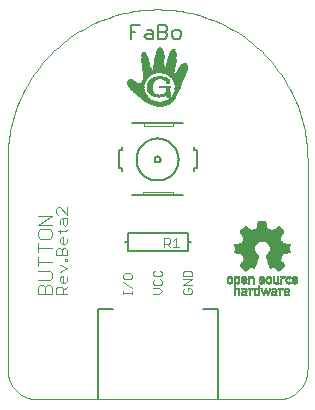
<source format=gto>
G75*
%MOIN*%
%OFA0B0*%
%FSLAX25Y25*%
%IPPOS*%
%LPD*%
%AMOC8*
5,1,8,0,0,1.08239X$1,22.5*
%
%ADD10C,0.00400*%
%ADD11C,0.00300*%
%ADD12C,0.00600*%
%ADD13C,0.00200*%
%ADD14C,0.00000*%
%ADD15C,0.00500*%
%ADD16C,0.00800*%
%ADD17R,0.00650X0.00050*%
%ADD18R,0.00950X0.00050*%
%ADD19R,0.00800X0.00050*%
%ADD20R,0.00550X0.00050*%
%ADD21R,0.00600X0.00050*%
%ADD22R,0.01750X0.00050*%
%ADD23R,0.01000X0.00050*%
%ADD24R,0.01200X0.00050*%
%ADD25R,0.01800X0.00050*%
%ADD26R,0.01350X0.00050*%
%ADD27R,0.01900X0.00050*%
%ADD28R,0.00700X0.00050*%
%ADD29R,0.01850X0.00050*%
%ADD30R,0.01500X0.00050*%
%ADD31R,0.01950X0.00050*%
%ADD32R,0.01650X0.00050*%
%ADD33R,0.00750X0.00050*%
%ADD34R,0.02000X0.00050*%
%ADD35R,0.02050X0.00050*%
%ADD36R,0.00850X0.00050*%
%ADD37R,0.02100X0.00050*%
%ADD38R,0.00900X0.00050*%
%ADD39R,0.00450X0.00050*%
%ADD40R,0.00300X0.00050*%
%ADD41R,0.00200X0.00050*%
%ADD42R,0.01050X0.00050*%
%ADD43R,0.00100X0.00050*%
%ADD44R,0.01100X0.00050*%
%ADD45R,0.01150X0.00050*%
%ADD46R,0.02200X0.00050*%
%ADD47R,0.01250X0.00050*%
%ADD48R,0.00150X0.00050*%
%ADD49R,0.00250X0.00050*%
%ADD50R,0.00500X0.00050*%
%ADD51R,0.01550X0.00050*%
%ADD52R,0.01600X0.00050*%
%ADD53R,0.01700X0.00050*%
%ADD54R,0.01400X0.00050*%
%ADD55R,0.01300X0.00050*%
%ADD56R,0.00400X0.00050*%
%ADD57R,0.01450X0.00050*%
%ADD58R,0.02150X0.00050*%
%ADD59R,0.00350X0.00050*%
%ADD60R,0.00050X0.00050*%
%ADD61R,0.02250X0.00050*%
%ADD62R,0.02400X0.00050*%
%ADD63R,0.02500X0.00050*%
%ADD64R,0.02650X0.00050*%
%ADD65R,0.02750X0.00050*%
%ADD66R,0.02900X0.00050*%
%ADD67R,0.03000X0.00050*%
%ADD68R,0.03150X0.00050*%
%ADD69R,0.03250X0.00050*%
%ADD70R,0.04600X0.00050*%
%ADD71R,0.04650X0.00050*%
%ADD72R,0.04750X0.00050*%
%ADD73R,0.04800X0.00050*%
%ADD74R,0.04900X0.00050*%
%ADD75R,0.04950X0.00050*%
%ADD76R,0.05000X0.00050*%
%ADD77R,0.05100X0.00050*%
%ADD78R,0.05150X0.00050*%
%ADD79R,0.05200X0.00050*%
%ADD80R,0.05250X0.00050*%
%ADD81R,0.05050X0.00050*%
%ADD82R,0.04850X0.00050*%
%ADD83R,0.05300X0.00050*%
%ADD84R,0.05350X0.00050*%
%ADD85R,0.05450X0.00050*%
%ADD86R,0.05500X0.00050*%
%ADD87R,0.05550X0.00050*%
%ADD88R,0.05650X0.00050*%
%ADD89R,0.05600X0.00050*%
%ADD90R,0.05400X0.00050*%
%ADD91R,0.05700X0.00050*%
%ADD92R,0.05900X0.00050*%
%ADD93R,0.06150X0.00050*%
%ADD94R,0.06350X0.00050*%
%ADD95R,0.06550X0.00050*%
%ADD96R,0.06850X0.00050*%
%ADD97R,0.07050X0.00050*%
%ADD98R,0.07100X0.00050*%
%ADD99R,0.07000X0.00050*%
%ADD100R,0.06950X0.00050*%
%ADD101R,0.06900X0.00050*%
%ADD102R,0.06800X0.00050*%
%ADD103R,0.06600X0.00050*%
%ADD104R,0.05750X0.00050*%
%ADD105R,0.06050X0.00050*%
%ADD106R,0.13050X0.00050*%
%ADD107R,0.12950X0.00050*%
%ADD108R,0.12850X0.00050*%
%ADD109R,0.12750X0.00050*%
%ADD110R,0.12650X0.00050*%
%ADD111R,0.12550X0.00050*%
%ADD112R,0.12450X0.00050*%
%ADD113R,0.12350X0.00050*%
%ADD114R,0.12250X0.00050*%
%ADD115R,0.12150X0.00050*%
%ADD116R,0.13150X0.00050*%
%ADD117R,0.13250X0.00050*%
%ADD118R,0.13350X0.00050*%
%ADD119R,0.13450X0.00050*%
%ADD120R,0.13550X0.00050*%
%ADD121R,0.13650X0.00050*%
%ADD122R,0.13750X0.00050*%
%ADD123R,0.13850X0.00050*%
%ADD124R,0.13950X0.00050*%
%ADD125R,0.14050X0.00050*%
%ADD126R,0.14150X0.00050*%
%ADD127R,0.14250X0.00050*%
%ADD128R,0.14350X0.00050*%
%ADD129R,0.14450X0.00050*%
%ADD130R,0.14550X0.00050*%
%ADD131R,0.14650X0.00050*%
%ADD132R,0.14750X0.00050*%
%ADD133R,0.14850X0.00050*%
%ADD134R,0.14950X0.00050*%
%ADD135R,0.03450X0.00050*%
%ADD136R,0.06750X0.00050*%
%ADD137R,0.03300X0.00050*%
%ADD138R,0.06450X0.00050*%
%ADD139R,0.03200X0.00050*%
%ADD140R,0.06250X0.00050*%
%ADD141R,0.03050X0.00050*%
%ADD142R,0.05950X0.00050*%
%ADD143R,0.02950X0.00050*%
%ADD144R,0.02850X0.00050*%
%ADD145R,0.02800X0.00050*%
%ADD146R,0.02700X0.00050*%
%ADD147R,0.02600X0.00050*%
%ADD148R,0.02450X0.00050*%
%ADD149R,0.02350X0.00050*%
%ADD150R,0.04550X0.00050*%
%ADD151R,0.04250X0.00050*%
%ADD152R,0.04050X0.00050*%
%ADD153R,0.03750X0.00050*%
%ADD154R,0.03650X0.00050*%
%ADD155R,0.03550X0.00050*%
%ADD156R,0.03350X0.00050*%
%ADD157R,0.01012X0.00046*%
%ADD158R,0.01840X0.00046*%
%ADD159R,0.02438X0.00046*%
%ADD160R,0.02852X0.00046*%
%ADD161R,0.03266X0.00046*%
%ADD162R,0.03634X0.00046*%
%ADD163R,0.03910X0.00046*%
%ADD164R,0.04232X0.00046*%
%ADD165R,0.04462X0.00046*%
%ADD166R,0.04738X0.00046*%
%ADD167R,0.04968X0.00046*%
%ADD168R,0.05198X0.00046*%
%ADD169R,0.05428X0.00046*%
%ADD170R,0.05612X0.00046*%
%ADD171R,0.05750X0.00046*%
%ADD172R,0.05980X0.00046*%
%ADD173R,0.06164X0.00046*%
%ADD174R,0.06394X0.00046*%
%ADD175R,0.06532X0.00046*%
%ADD176R,0.06716X0.00046*%
%ADD177R,0.06854X0.00046*%
%ADD178R,0.07038X0.00046*%
%ADD179R,0.07176X0.00046*%
%ADD180R,0.07360X0.00046*%
%ADD181R,0.07498X0.00046*%
%ADD182R,0.07636X0.00046*%
%ADD183R,0.07774X0.00046*%
%ADD184R,0.07958X0.00046*%
%ADD185R,0.08096X0.00046*%
%ADD186R,0.08234X0.00046*%
%ADD187R,0.08326X0.00046*%
%ADD188R,0.08464X0.00046*%
%ADD189R,0.08602X0.00046*%
%ADD190R,0.04048X0.00046*%
%ADD191R,0.03496X0.00046*%
%ADD192R,0.03772X0.00046*%
%ADD193R,0.03174X0.00046*%
%ADD194R,0.03588X0.00046*%
%ADD195R,0.03036X0.00046*%
%ADD196R,0.03542X0.00046*%
%ADD197R,0.03404X0.00046*%
%ADD198R,0.02760X0.00046*%
%ADD199R,0.03312X0.00046*%
%ADD200R,0.02668X0.00046*%
%ADD201R,0.03220X0.00046*%
%ADD202R,0.02576X0.00046*%
%ADD203R,0.03220X0.00046*%
%ADD204R,0.02484X0.00046*%
%ADD205R,0.03128X0.00046*%
%ADD206R,0.02346X0.00046*%
%ADD207R,0.02300X0.00046*%
%ADD208R,0.02254X0.00046*%
%ADD209R,0.02990X0.00046*%
%ADD210R,0.02162X0.00046*%
%ADD211R,0.02944X0.00046*%
%ADD212R,0.02116X0.00046*%
%ADD213R,0.02070X0.00046*%
%ADD214R,0.02024X0.00046*%
%ADD215R,0.02898X0.00046*%
%ADD216R,0.01978X0.00046*%
%ADD217R,0.01932X0.00046*%
%ADD218R,0.02898X0.00046*%
%ADD219R,0.01886X0.00046*%
%ADD220R,0.01840X0.00046*%
%ADD221R,0.01794X0.00046*%
%ADD222R,0.01748X0.00046*%
%ADD223R,0.01702X0.00046*%
%ADD224R,0.01656X0.00046*%
%ADD225R,0.01564X0.00046*%
%ADD226R,0.01610X0.00046*%
%ADD227R,0.02990X0.00046*%
%ADD228R,0.00506X0.00046*%
%ADD229R,0.01288X0.00046*%
%ADD230R,0.01518X0.00046*%
%ADD231R,0.01564X0.00046*%
%ADD232R,0.01334X0.00046*%
%ADD233R,0.01380X0.00046*%
%ADD234R,0.03082X0.00046*%
%ADD235R,0.01426X0.00046*%
%ADD236R,0.03818X0.00046*%
%ADD237R,0.04002X0.00046*%
%ADD238R,0.01472X0.00046*%
%ADD239R,0.04278X0.00046*%
%ADD240R,0.04462X0.00046*%
%ADD241R,0.04600X0.00046*%
%ADD242R,0.04784X0.00046*%
%ADD243R,0.01426X0.00046*%
%ADD244R,0.06440X0.00046*%
%ADD245R,0.06486X0.00046*%
%ADD246R,0.06578X0.00046*%
%ADD247R,0.02208X0.00046*%
%ADD248R,0.02714X0.00046*%
%ADD249R,0.03358X0.00046*%
%ADD250R,0.02070X0.00046*%
%ADD251R,0.03404X0.00046*%
%ADD252R,0.03450X0.00046*%
%ADD253R,0.01978X0.00046*%
%ADD254R,0.03634X0.00046*%
%ADD255R,0.03680X0.00046*%
%ADD256R,0.03726X0.00046*%
%ADD257R,0.03864X0.00046*%
%ADD258R,0.03956X0.00046*%
%ADD259R,0.04094X0.00046*%
%ADD260R,0.04140X0.00046*%
%ADD261R,0.04140X0.00046*%
%ADD262R,0.04186X0.00046*%
%ADD263R,0.01748X0.00046*%
%ADD264R,0.04324X0.00046*%
%ADD265R,0.04370X0.00046*%
%ADD266R,0.04416X0.00046*%
%ADD267R,0.04508X0.00046*%
%ADD268R,0.01656X0.00046*%
%ADD269R,0.04554X0.00046*%
%ADD270R,0.04646X0.00046*%
%ADD271R,0.04692X0.00046*%
%ADD272R,0.04784X0.00046*%
%ADD273R,0.04830X0.00046*%
%ADD274R,0.04876X0.00046*%
%ADD275R,0.04922X0.00046*%
%ADD276R,0.05014X0.00046*%
%ADD277R,0.05060X0.00046*%
%ADD278R,0.05106X0.00046*%
%ADD279R,0.05152X0.00046*%
%ADD280R,0.05244X0.00046*%
%ADD281R,0.05290X0.00046*%
%ADD282R,0.05382X0.00046*%
%ADD283R,0.02162X0.00046*%
%ADD284R,0.05474X0.00046*%
%ADD285R,0.05520X0.00046*%
%ADD286R,0.05566X0.00046*%
%ADD287R,0.05612X0.00046*%
%ADD288R,0.02392X0.00046*%
%ADD289R,0.05658X0.00046*%
%ADD290R,0.05704X0.00046*%
%ADD291R,0.02484X0.00046*%
%ADD292R,0.02530X0.00046*%
%ADD293R,0.05796X0.00046*%
%ADD294R,0.01242X0.00046*%
%ADD295R,0.01150X0.00046*%
%ADD296R,0.01104X0.00046*%
%ADD297R,0.02806X0.00046*%
%ADD298R,0.01058X0.00046*%
%ADD299R,0.01012X0.00046*%
%ADD300R,0.00966X0.00046*%
%ADD301R,0.02622X0.00046*%
%ADD302R,0.02576X0.00046*%
%ADD303R,0.02392X0.00046*%
%ADD304R,0.01334X0.00046*%
%ADD305R,0.00874X0.00046*%
%ADD306R,0.03726X0.00046*%
%ADD307R,0.00552X0.00046*%
%ADD308R,0.01196X0.00046*%
%ADD309R,0.01242X0.00046*%
%ADD310R,0.05336X0.00046*%
%ADD311R,0.02668X0.00046*%
%ADD312R,0.04876X0.00046*%
%ADD313R,0.05290X0.00046*%
%ADD314R,0.05520X0.00046*%
%ADD315R,0.05704X0.00046*%
%ADD316R,0.05888X0.00046*%
%ADD317R,0.05934X0.00046*%
%ADD318R,0.02806X0.00046*%
%ADD319R,0.06026X0.00046*%
%ADD320R,0.06164X0.00046*%
%ADD321R,0.06256X0.00046*%
%ADD322R,0.06348X0.00046*%
%ADD323R,0.03128X0.00046*%
%ADD324R,0.03956X0.00046*%
%ADD325R,0.10258X0.00046*%
%ADD326R,0.10304X0.00046*%
%ADD327R,0.10350X0.00046*%
%ADD328R,0.10396X0.00046*%
%ADD329R,0.10442X0.00046*%
%ADD330R,0.10488X0.00046*%
%ADD331R,0.10534X0.00046*%
%ADD332R,0.10580X0.00046*%
%ADD333R,0.07406X0.00046*%
%ADD334R,0.00736X0.00046*%
%ADD335R,0.03312X0.00046*%
%ADD336R,0.00920X0.00046*%
%ADD337R,0.00828X0.00046*%
%ADD338R,0.00690X0.00046*%
%ADD339R,0.00230X0.00046*%
%ADD340R,0.00782X0.00046*%
%ADD341R,0.00644X0.00046*%
%ADD342R,0.00276X0.00046*%
%ADD343R,0.00414X0.00046*%
D10*
X0016996Y0059206D02*
X0016996Y0061508D01*
X0017763Y0062275D01*
X0018531Y0062275D01*
X0019298Y0061508D01*
X0019298Y0059206D01*
X0019298Y0061508D02*
X0020065Y0062275D01*
X0020833Y0062275D01*
X0021600Y0061508D01*
X0021600Y0059206D01*
X0016996Y0059206D01*
X0016996Y0063810D02*
X0020833Y0063810D01*
X0021600Y0064577D01*
X0021600Y0066112D01*
X0020833Y0066879D01*
X0016996Y0066879D01*
X0016996Y0068414D02*
X0016996Y0071483D01*
X0016996Y0069948D02*
X0021600Y0069948D01*
X0021600Y0074552D02*
X0016996Y0074552D01*
X0016996Y0073018D02*
X0016996Y0076087D01*
X0017763Y0077622D02*
X0016996Y0078389D01*
X0016996Y0079924D01*
X0017763Y0080691D01*
X0020833Y0080691D01*
X0021600Y0079924D01*
X0021600Y0078389D01*
X0020833Y0077622D01*
X0017763Y0077622D01*
X0016996Y0082226D02*
X0021600Y0085295D01*
X0016996Y0085295D01*
X0016996Y0082226D02*
X0021600Y0082226D01*
D11*
X0024181Y0082486D02*
X0024181Y0083720D01*
X0024798Y0084337D01*
X0026650Y0084337D01*
X0026650Y0082486D01*
X0026033Y0081869D01*
X0025416Y0082486D01*
X0025416Y0084337D01*
X0026650Y0085552D02*
X0024181Y0088021D01*
X0023564Y0088021D01*
X0022947Y0087403D01*
X0022947Y0086169D01*
X0023564Y0085552D01*
X0026650Y0085552D02*
X0026650Y0088021D01*
X0026650Y0080648D02*
X0026033Y0080030D01*
X0023564Y0080030D01*
X0024181Y0079413D02*
X0024181Y0080648D01*
X0024798Y0078199D02*
X0025416Y0078199D01*
X0025416Y0075730D01*
X0026033Y0075730D02*
X0024798Y0075730D01*
X0024181Y0076347D01*
X0024181Y0077582D01*
X0024798Y0078199D01*
X0026650Y0076347D02*
X0026033Y0075730D01*
X0026650Y0076347D02*
X0026650Y0077582D01*
X0026033Y0074516D02*
X0026650Y0073898D01*
X0026650Y0072047D01*
X0022947Y0072047D01*
X0022947Y0073898D01*
X0023564Y0074516D01*
X0024181Y0074516D01*
X0024798Y0073898D01*
X0024798Y0072047D01*
X0026033Y0070823D02*
X0026033Y0070205D01*
X0026650Y0070205D01*
X0026650Y0070823D01*
X0026033Y0070823D01*
X0024798Y0073898D02*
X0025416Y0074516D01*
X0026033Y0074516D01*
X0024181Y0068991D02*
X0026650Y0067757D01*
X0024181Y0066522D01*
X0024798Y0065308D02*
X0025416Y0065308D01*
X0025416Y0062839D01*
X0026033Y0062839D02*
X0024798Y0062839D01*
X0024181Y0063456D01*
X0024181Y0064691D01*
X0024798Y0065308D01*
X0026650Y0063456D02*
X0026033Y0062839D01*
X0026650Y0063456D02*
X0026650Y0064691D01*
X0026650Y0061625D02*
X0025416Y0060390D01*
X0025416Y0061007D02*
X0025416Y0059156D01*
X0026650Y0059156D02*
X0022947Y0059156D01*
X0022947Y0061007D01*
X0023564Y0061625D01*
X0024798Y0061625D01*
X0025416Y0061007D01*
X0045348Y0060123D02*
X0045348Y0059156D01*
X0045348Y0059640D02*
X0048250Y0059640D01*
X0048250Y0060123D02*
X0048250Y0059156D01*
X0048250Y0061120D02*
X0045348Y0063055D01*
X0045831Y0064067D02*
X0045348Y0064551D01*
X0045348Y0065518D01*
X0045831Y0066002D01*
X0047766Y0066002D01*
X0048250Y0065518D01*
X0048250Y0064551D01*
X0047766Y0064067D01*
X0045831Y0064067D01*
X0055348Y0063554D02*
X0055348Y0062586D01*
X0055831Y0062102D01*
X0057766Y0062102D01*
X0058250Y0062586D01*
X0058250Y0063554D01*
X0057766Y0064037D01*
X0057766Y0065049D02*
X0055831Y0065049D01*
X0055348Y0065533D01*
X0055348Y0066500D01*
X0055831Y0066984D01*
X0057766Y0066984D02*
X0058250Y0066500D01*
X0058250Y0065533D01*
X0057766Y0065049D01*
X0055831Y0064037D02*
X0055348Y0063554D01*
X0055348Y0061091D02*
X0057283Y0061091D01*
X0058250Y0060123D01*
X0057283Y0059156D01*
X0055348Y0059156D01*
X0065348Y0059640D02*
X0065831Y0059156D01*
X0067766Y0059156D01*
X0068250Y0059640D01*
X0068250Y0060607D01*
X0067766Y0061091D01*
X0066799Y0061091D01*
X0066799Y0060123D01*
X0065831Y0061091D02*
X0065348Y0060607D01*
X0065348Y0059640D01*
X0065348Y0062102D02*
X0068250Y0064037D01*
X0065348Y0064037D01*
X0065348Y0065049D02*
X0065348Y0066500D01*
X0065831Y0066984D01*
X0067766Y0066984D01*
X0068250Y0066500D01*
X0068250Y0065049D01*
X0065348Y0065049D01*
X0065348Y0062102D02*
X0068250Y0062102D01*
X0063938Y0074956D02*
X0062003Y0074956D01*
X0062971Y0074956D02*
X0062971Y0077858D01*
X0062003Y0076891D01*
X0060992Y0077375D02*
X0060992Y0076407D01*
X0060508Y0075923D01*
X0059057Y0075923D01*
X0059057Y0074956D02*
X0059057Y0077858D01*
X0060508Y0077858D01*
X0060992Y0077375D01*
X0060024Y0075923D02*
X0060992Y0074956D01*
D12*
X0061800Y0092006D02*
X0051800Y0092006D01*
X0048300Y0092006D01*
X0044800Y0100006D02*
X0044800Y0101006D01*
X0043800Y0101006D01*
X0043800Y0107006D01*
X0044800Y0107006D01*
X0044800Y0108006D01*
X0048300Y0116006D02*
X0052300Y0116006D01*
X0061800Y0116006D01*
X0065300Y0116006D01*
X0068800Y0108006D02*
X0068800Y0107006D01*
X0069800Y0107006D01*
X0069800Y0101006D01*
X0068800Y0101006D01*
X0068800Y0100006D01*
X0065300Y0092006D02*
X0061800Y0092006D01*
X0055800Y0104006D02*
X0055802Y0104069D01*
X0055808Y0104131D01*
X0055818Y0104193D01*
X0055831Y0104255D01*
X0055849Y0104315D01*
X0055870Y0104374D01*
X0055895Y0104432D01*
X0055924Y0104488D01*
X0055956Y0104542D01*
X0055991Y0104594D01*
X0056029Y0104643D01*
X0056071Y0104691D01*
X0056115Y0104735D01*
X0056163Y0104777D01*
X0056212Y0104815D01*
X0056264Y0104850D01*
X0056318Y0104882D01*
X0056374Y0104911D01*
X0056432Y0104936D01*
X0056491Y0104957D01*
X0056551Y0104975D01*
X0056613Y0104988D01*
X0056675Y0104998D01*
X0056737Y0105004D01*
X0056800Y0105006D01*
X0056863Y0105004D01*
X0056925Y0104998D01*
X0056987Y0104988D01*
X0057049Y0104975D01*
X0057109Y0104957D01*
X0057168Y0104936D01*
X0057226Y0104911D01*
X0057282Y0104882D01*
X0057336Y0104850D01*
X0057388Y0104815D01*
X0057437Y0104777D01*
X0057485Y0104735D01*
X0057529Y0104691D01*
X0057571Y0104643D01*
X0057609Y0104594D01*
X0057644Y0104542D01*
X0057676Y0104488D01*
X0057705Y0104432D01*
X0057730Y0104374D01*
X0057751Y0104315D01*
X0057769Y0104255D01*
X0057782Y0104193D01*
X0057792Y0104131D01*
X0057798Y0104069D01*
X0057800Y0104006D01*
X0057798Y0103943D01*
X0057792Y0103881D01*
X0057782Y0103819D01*
X0057769Y0103757D01*
X0057751Y0103697D01*
X0057730Y0103638D01*
X0057705Y0103580D01*
X0057676Y0103524D01*
X0057644Y0103470D01*
X0057609Y0103418D01*
X0057571Y0103369D01*
X0057529Y0103321D01*
X0057485Y0103277D01*
X0057437Y0103235D01*
X0057388Y0103197D01*
X0057336Y0103162D01*
X0057282Y0103130D01*
X0057226Y0103101D01*
X0057168Y0103076D01*
X0057109Y0103055D01*
X0057049Y0103037D01*
X0056987Y0103024D01*
X0056925Y0103014D01*
X0056863Y0103008D01*
X0056800Y0103006D01*
X0056737Y0103008D01*
X0056675Y0103014D01*
X0056613Y0103024D01*
X0056551Y0103037D01*
X0056491Y0103055D01*
X0056432Y0103076D01*
X0056374Y0103101D01*
X0056318Y0103130D01*
X0056264Y0103162D01*
X0056212Y0103197D01*
X0056163Y0103235D01*
X0056115Y0103277D01*
X0056071Y0103321D01*
X0056029Y0103369D01*
X0055991Y0103418D01*
X0055956Y0103470D01*
X0055924Y0103524D01*
X0055895Y0103580D01*
X0055870Y0103638D01*
X0055849Y0103697D01*
X0055831Y0103757D01*
X0055818Y0103819D01*
X0055808Y0103881D01*
X0055802Y0103943D01*
X0055800Y0104006D01*
X0049800Y0104006D02*
X0049802Y0104178D01*
X0049808Y0104349D01*
X0049819Y0104521D01*
X0049834Y0104692D01*
X0049853Y0104863D01*
X0049876Y0105033D01*
X0049903Y0105203D01*
X0049935Y0105372D01*
X0049970Y0105540D01*
X0050010Y0105707D01*
X0050054Y0105873D01*
X0050101Y0106038D01*
X0050153Y0106202D01*
X0050209Y0106364D01*
X0050269Y0106525D01*
X0050333Y0106685D01*
X0050401Y0106843D01*
X0050472Y0106999D01*
X0050547Y0107153D01*
X0050627Y0107306D01*
X0050709Y0107456D01*
X0050796Y0107605D01*
X0050886Y0107751D01*
X0050980Y0107895D01*
X0051077Y0108037D01*
X0051178Y0108176D01*
X0051282Y0108313D01*
X0051389Y0108447D01*
X0051500Y0108578D01*
X0051613Y0108707D01*
X0051730Y0108833D01*
X0051850Y0108956D01*
X0051973Y0109076D01*
X0052099Y0109193D01*
X0052228Y0109306D01*
X0052359Y0109417D01*
X0052493Y0109524D01*
X0052630Y0109628D01*
X0052769Y0109729D01*
X0052911Y0109826D01*
X0053055Y0109920D01*
X0053201Y0110010D01*
X0053350Y0110097D01*
X0053500Y0110179D01*
X0053653Y0110259D01*
X0053807Y0110334D01*
X0053963Y0110405D01*
X0054121Y0110473D01*
X0054281Y0110537D01*
X0054442Y0110597D01*
X0054604Y0110653D01*
X0054768Y0110705D01*
X0054933Y0110752D01*
X0055099Y0110796D01*
X0055266Y0110836D01*
X0055434Y0110871D01*
X0055603Y0110903D01*
X0055773Y0110930D01*
X0055943Y0110953D01*
X0056114Y0110972D01*
X0056285Y0110987D01*
X0056457Y0110998D01*
X0056628Y0111004D01*
X0056800Y0111006D01*
X0056972Y0111004D01*
X0057143Y0110998D01*
X0057315Y0110987D01*
X0057486Y0110972D01*
X0057657Y0110953D01*
X0057827Y0110930D01*
X0057997Y0110903D01*
X0058166Y0110871D01*
X0058334Y0110836D01*
X0058501Y0110796D01*
X0058667Y0110752D01*
X0058832Y0110705D01*
X0058996Y0110653D01*
X0059158Y0110597D01*
X0059319Y0110537D01*
X0059479Y0110473D01*
X0059637Y0110405D01*
X0059793Y0110334D01*
X0059947Y0110259D01*
X0060100Y0110179D01*
X0060250Y0110097D01*
X0060399Y0110010D01*
X0060545Y0109920D01*
X0060689Y0109826D01*
X0060831Y0109729D01*
X0060970Y0109628D01*
X0061107Y0109524D01*
X0061241Y0109417D01*
X0061372Y0109306D01*
X0061501Y0109193D01*
X0061627Y0109076D01*
X0061750Y0108956D01*
X0061870Y0108833D01*
X0061987Y0108707D01*
X0062100Y0108578D01*
X0062211Y0108447D01*
X0062318Y0108313D01*
X0062422Y0108176D01*
X0062523Y0108037D01*
X0062620Y0107895D01*
X0062714Y0107751D01*
X0062804Y0107605D01*
X0062891Y0107456D01*
X0062973Y0107306D01*
X0063053Y0107153D01*
X0063128Y0106999D01*
X0063199Y0106843D01*
X0063267Y0106685D01*
X0063331Y0106525D01*
X0063391Y0106364D01*
X0063447Y0106202D01*
X0063499Y0106038D01*
X0063546Y0105873D01*
X0063590Y0105707D01*
X0063630Y0105540D01*
X0063665Y0105372D01*
X0063697Y0105203D01*
X0063724Y0105033D01*
X0063747Y0104863D01*
X0063766Y0104692D01*
X0063781Y0104521D01*
X0063792Y0104349D01*
X0063798Y0104178D01*
X0063800Y0104006D01*
X0063798Y0103834D01*
X0063792Y0103663D01*
X0063781Y0103491D01*
X0063766Y0103320D01*
X0063747Y0103149D01*
X0063724Y0102979D01*
X0063697Y0102809D01*
X0063665Y0102640D01*
X0063630Y0102472D01*
X0063590Y0102305D01*
X0063546Y0102139D01*
X0063499Y0101974D01*
X0063447Y0101810D01*
X0063391Y0101648D01*
X0063331Y0101487D01*
X0063267Y0101327D01*
X0063199Y0101169D01*
X0063128Y0101013D01*
X0063053Y0100859D01*
X0062973Y0100706D01*
X0062891Y0100556D01*
X0062804Y0100407D01*
X0062714Y0100261D01*
X0062620Y0100117D01*
X0062523Y0099975D01*
X0062422Y0099836D01*
X0062318Y0099699D01*
X0062211Y0099565D01*
X0062100Y0099434D01*
X0061987Y0099305D01*
X0061870Y0099179D01*
X0061750Y0099056D01*
X0061627Y0098936D01*
X0061501Y0098819D01*
X0061372Y0098706D01*
X0061241Y0098595D01*
X0061107Y0098488D01*
X0060970Y0098384D01*
X0060831Y0098283D01*
X0060689Y0098186D01*
X0060545Y0098092D01*
X0060399Y0098002D01*
X0060250Y0097915D01*
X0060100Y0097833D01*
X0059947Y0097753D01*
X0059793Y0097678D01*
X0059637Y0097607D01*
X0059479Y0097539D01*
X0059319Y0097475D01*
X0059158Y0097415D01*
X0058996Y0097359D01*
X0058832Y0097307D01*
X0058667Y0097260D01*
X0058501Y0097216D01*
X0058334Y0097176D01*
X0058166Y0097141D01*
X0057997Y0097109D01*
X0057827Y0097082D01*
X0057657Y0097059D01*
X0057486Y0097040D01*
X0057315Y0097025D01*
X0057143Y0097014D01*
X0056972Y0097008D01*
X0056800Y0097006D01*
X0056628Y0097008D01*
X0056457Y0097014D01*
X0056285Y0097025D01*
X0056114Y0097040D01*
X0055943Y0097059D01*
X0055773Y0097082D01*
X0055603Y0097109D01*
X0055434Y0097141D01*
X0055266Y0097176D01*
X0055099Y0097216D01*
X0054933Y0097260D01*
X0054768Y0097307D01*
X0054604Y0097359D01*
X0054442Y0097415D01*
X0054281Y0097475D01*
X0054121Y0097539D01*
X0053963Y0097607D01*
X0053807Y0097678D01*
X0053653Y0097753D01*
X0053500Y0097833D01*
X0053350Y0097915D01*
X0053201Y0098002D01*
X0053055Y0098092D01*
X0052911Y0098186D01*
X0052769Y0098283D01*
X0052630Y0098384D01*
X0052493Y0098488D01*
X0052359Y0098595D01*
X0052228Y0098706D01*
X0052099Y0098819D01*
X0051973Y0098936D01*
X0051850Y0099056D01*
X0051730Y0099179D01*
X0051613Y0099305D01*
X0051500Y0099434D01*
X0051389Y0099565D01*
X0051282Y0099699D01*
X0051178Y0099836D01*
X0051077Y0099975D01*
X0050980Y0100117D01*
X0050886Y0100261D01*
X0050796Y0100407D01*
X0050709Y0100556D01*
X0050627Y0100706D01*
X0050547Y0100859D01*
X0050472Y0101013D01*
X0050401Y0101169D01*
X0050333Y0101327D01*
X0050269Y0101487D01*
X0050209Y0101648D01*
X0050153Y0101810D01*
X0050101Y0101974D01*
X0050054Y0102139D01*
X0050010Y0102305D01*
X0049970Y0102472D01*
X0049935Y0102640D01*
X0049903Y0102809D01*
X0049876Y0102979D01*
X0049853Y0103149D01*
X0049834Y0103320D01*
X0049819Y0103491D01*
X0049808Y0103663D01*
X0049802Y0103834D01*
X0049800Y0104006D01*
D13*
X0051800Y0093006D02*
X0051800Y0092006D01*
X0051800Y0093006D02*
X0061800Y0093006D01*
X0061800Y0092006D01*
X0061800Y0115006D02*
X0052300Y0115006D01*
X0052300Y0116006D01*
X0061800Y0116006D02*
X0061800Y0115006D01*
D14*
X0096800Y0024006D02*
X0016800Y0024006D01*
X0016558Y0024009D01*
X0016317Y0024018D01*
X0016076Y0024032D01*
X0015835Y0024053D01*
X0015595Y0024079D01*
X0015355Y0024111D01*
X0015116Y0024149D01*
X0014879Y0024192D01*
X0014642Y0024242D01*
X0014407Y0024297D01*
X0014173Y0024357D01*
X0013941Y0024424D01*
X0013710Y0024495D01*
X0013481Y0024573D01*
X0013254Y0024656D01*
X0013029Y0024744D01*
X0012806Y0024838D01*
X0012586Y0024937D01*
X0012368Y0025042D01*
X0012153Y0025151D01*
X0011940Y0025266D01*
X0011730Y0025386D01*
X0011524Y0025511D01*
X0011320Y0025641D01*
X0011119Y0025776D01*
X0010922Y0025916D01*
X0010728Y0026060D01*
X0010538Y0026209D01*
X0010352Y0026363D01*
X0010169Y0026521D01*
X0009990Y0026683D01*
X0009815Y0026850D01*
X0009644Y0027021D01*
X0009477Y0027196D01*
X0009315Y0027375D01*
X0009157Y0027558D01*
X0009003Y0027744D01*
X0008854Y0027934D01*
X0008710Y0028128D01*
X0008570Y0028325D01*
X0008435Y0028526D01*
X0008305Y0028730D01*
X0008180Y0028936D01*
X0008060Y0029146D01*
X0007945Y0029359D01*
X0007836Y0029574D01*
X0007731Y0029792D01*
X0007632Y0030012D01*
X0007538Y0030235D01*
X0007450Y0030460D01*
X0007367Y0030687D01*
X0007289Y0030916D01*
X0007218Y0031147D01*
X0007151Y0031379D01*
X0007091Y0031613D01*
X0007036Y0031848D01*
X0006986Y0032085D01*
X0006943Y0032322D01*
X0006905Y0032561D01*
X0006873Y0032801D01*
X0006847Y0033041D01*
X0006826Y0033282D01*
X0006812Y0033523D01*
X0006803Y0033764D01*
X0006800Y0034006D01*
X0006800Y0104006D01*
X0006815Y0105224D01*
X0006859Y0106440D01*
X0006933Y0107656D01*
X0007037Y0108869D01*
X0007170Y0110079D01*
X0007333Y0111286D01*
X0007525Y0112488D01*
X0007746Y0113686D01*
X0007996Y0114878D01*
X0008275Y0116063D01*
X0008583Y0117241D01*
X0008920Y0118411D01*
X0009285Y0119573D01*
X0009678Y0120725D01*
X0010099Y0121868D01*
X0010548Y0122999D01*
X0011024Y0124120D01*
X0011528Y0125229D01*
X0012058Y0126325D01*
X0012615Y0127408D01*
X0013198Y0128477D01*
X0013806Y0129531D01*
X0014441Y0130571D01*
X0015100Y0131594D01*
X0015784Y0132602D01*
X0016493Y0133592D01*
X0017225Y0134565D01*
X0017981Y0135519D01*
X0018760Y0136455D01*
X0019561Y0137372D01*
X0020385Y0138269D01*
X0021230Y0139145D01*
X0022096Y0140001D01*
X0022983Y0140836D01*
X0023890Y0141648D01*
X0024816Y0142438D01*
X0025762Y0143206D01*
X0026725Y0143950D01*
X0027707Y0144670D01*
X0028706Y0145367D01*
X0029721Y0146039D01*
X0030753Y0146686D01*
X0031800Y0147307D01*
X0032862Y0147903D01*
X0033938Y0148473D01*
X0035027Y0149017D01*
X0036130Y0149533D01*
X0037245Y0150023D01*
X0038371Y0150486D01*
X0039508Y0150921D01*
X0040656Y0151328D01*
X0041813Y0151707D01*
X0042979Y0152058D01*
X0044153Y0152380D01*
X0045335Y0152674D01*
X0046524Y0152939D01*
X0047718Y0153174D01*
X0048918Y0153381D01*
X0050123Y0153558D01*
X0051331Y0153706D01*
X0052543Y0153824D01*
X0053758Y0153913D01*
X0054974Y0153973D01*
X0056191Y0154002D01*
X0057409Y0154002D01*
X0058626Y0153973D01*
X0059842Y0153913D01*
X0061057Y0153824D01*
X0062269Y0153706D01*
X0063477Y0153558D01*
X0064682Y0153381D01*
X0065882Y0153174D01*
X0067076Y0152939D01*
X0068265Y0152674D01*
X0069447Y0152380D01*
X0070621Y0152058D01*
X0071787Y0151707D01*
X0072944Y0151328D01*
X0074092Y0150921D01*
X0075229Y0150486D01*
X0076355Y0150023D01*
X0077470Y0149533D01*
X0078573Y0149017D01*
X0079662Y0148473D01*
X0080738Y0147903D01*
X0081800Y0147307D01*
X0082847Y0146686D01*
X0083879Y0146039D01*
X0084894Y0145367D01*
X0085893Y0144670D01*
X0086875Y0143950D01*
X0087838Y0143206D01*
X0088784Y0142438D01*
X0089710Y0141648D01*
X0090617Y0140836D01*
X0091504Y0140001D01*
X0092370Y0139145D01*
X0093215Y0138269D01*
X0094039Y0137372D01*
X0094840Y0136455D01*
X0095619Y0135519D01*
X0096375Y0134565D01*
X0097107Y0133592D01*
X0097816Y0132602D01*
X0098500Y0131594D01*
X0099159Y0130571D01*
X0099794Y0129531D01*
X0100402Y0128477D01*
X0100985Y0127408D01*
X0101542Y0126325D01*
X0102072Y0125229D01*
X0102576Y0124120D01*
X0103052Y0122999D01*
X0103501Y0121868D01*
X0103922Y0120725D01*
X0104315Y0119573D01*
X0104680Y0118411D01*
X0105017Y0117241D01*
X0105325Y0116063D01*
X0105604Y0114878D01*
X0105854Y0113686D01*
X0106075Y0112488D01*
X0106267Y0111286D01*
X0106430Y0110079D01*
X0106563Y0108869D01*
X0106667Y0107656D01*
X0106741Y0106440D01*
X0106785Y0105224D01*
X0106800Y0104006D01*
X0106800Y0034006D01*
X0106797Y0033764D01*
X0106788Y0033523D01*
X0106774Y0033282D01*
X0106753Y0033041D01*
X0106727Y0032801D01*
X0106695Y0032561D01*
X0106657Y0032322D01*
X0106614Y0032085D01*
X0106564Y0031848D01*
X0106509Y0031613D01*
X0106449Y0031379D01*
X0106382Y0031147D01*
X0106311Y0030916D01*
X0106233Y0030687D01*
X0106150Y0030460D01*
X0106062Y0030235D01*
X0105968Y0030012D01*
X0105869Y0029792D01*
X0105764Y0029574D01*
X0105655Y0029359D01*
X0105540Y0029146D01*
X0105420Y0028936D01*
X0105295Y0028730D01*
X0105165Y0028526D01*
X0105030Y0028325D01*
X0104890Y0028128D01*
X0104746Y0027934D01*
X0104597Y0027744D01*
X0104443Y0027558D01*
X0104285Y0027375D01*
X0104123Y0027196D01*
X0103956Y0027021D01*
X0103785Y0026850D01*
X0103610Y0026683D01*
X0103431Y0026521D01*
X0103248Y0026363D01*
X0103062Y0026209D01*
X0102872Y0026060D01*
X0102678Y0025916D01*
X0102481Y0025776D01*
X0102280Y0025641D01*
X0102076Y0025511D01*
X0101870Y0025386D01*
X0101660Y0025266D01*
X0101447Y0025151D01*
X0101232Y0025042D01*
X0101014Y0024937D01*
X0100794Y0024838D01*
X0100571Y0024744D01*
X0100346Y0024656D01*
X0100119Y0024573D01*
X0099890Y0024495D01*
X0099659Y0024424D01*
X0099427Y0024357D01*
X0099193Y0024297D01*
X0098958Y0024242D01*
X0098721Y0024192D01*
X0098484Y0024149D01*
X0098245Y0024111D01*
X0098005Y0024079D01*
X0097765Y0024053D01*
X0097524Y0024032D01*
X0097283Y0024018D01*
X0097042Y0024009D01*
X0096800Y0024006D01*
D15*
X0076800Y0024006D02*
X0076800Y0054006D01*
X0071800Y0054006D01*
X0041800Y0054006D02*
X0036800Y0054006D01*
X0036800Y0024006D01*
X0047842Y0144256D02*
X0047842Y0148760D01*
X0050845Y0148760D01*
X0049343Y0146508D02*
X0047842Y0146508D01*
X0052446Y0145007D02*
X0053197Y0144256D01*
X0055449Y0144256D01*
X0055449Y0146508D01*
X0054698Y0147258D01*
X0053197Y0147258D01*
X0053197Y0145757D02*
X0055449Y0145757D01*
X0057050Y0146508D02*
X0059302Y0146508D01*
X0060053Y0145757D01*
X0060053Y0145007D01*
X0059302Y0144256D01*
X0057050Y0144256D01*
X0057050Y0148760D01*
X0059302Y0148760D01*
X0060053Y0148009D01*
X0060053Y0147258D01*
X0059302Y0146508D01*
X0061654Y0146508D02*
X0061654Y0145007D01*
X0062405Y0144256D01*
X0063906Y0144256D01*
X0064656Y0145007D01*
X0064656Y0146508D01*
X0063906Y0147258D01*
X0062405Y0147258D01*
X0061654Y0146508D01*
X0053197Y0145757D02*
X0052446Y0145007D01*
D16*
X0046800Y0079506D02*
X0066800Y0079506D01*
X0066800Y0076506D01*
X0067800Y0076506D01*
X0066800Y0076506D02*
X0066800Y0073506D01*
X0046800Y0073506D01*
X0046800Y0076506D01*
X0045800Y0076506D01*
X0046800Y0076506D02*
X0046800Y0079506D01*
D17*
X0080225Y0064031D03*
X0080225Y0063031D03*
X0081625Y0063031D03*
X0081675Y0063131D03*
X0081675Y0063181D03*
X0081675Y0063231D03*
X0081675Y0063281D03*
X0081675Y0063331D03*
X0081675Y0063381D03*
X0081675Y0063431D03*
X0081675Y0063481D03*
X0081675Y0063531D03*
X0081675Y0063581D03*
X0081675Y0063631D03*
X0081675Y0063681D03*
X0081675Y0063731D03*
X0081675Y0063781D03*
X0081675Y0063831D03*
X0081675Y0063881D03*
X0081675Y0063931D03*
X0081625Y0064031D03*
X0082625Y0063881D03*
X0082625Y0063831D03*
X0082625Y0063781D03*
X0082625Y0063731D03*
X0082625Y0063681D03*
X0082625Y0063631D03*
X0082625Y0063581D03*
X0082625Y0063531D03*
X0082625Y0063481D03*
X0082625Y0063431D03*
X0082625Y0063381D03*
X0082625Y0063331D03*
X0082625Y0063281D03*
X0082625Y0063231D03*
X0082625Y0063181D03*
X0082625Y0062331D03*
X0082625Y0062281D03*
X0082625Y0062231D03*
X0082625Y0062181D03*
X0082625Y0062131D03*
X0082625Y0062081D03*
X0082625Y0062031D03*
X0082625Y0061981D03*
X0082625Y0061931D03*
X0082625Y0061881D03*
X0082625Y0061831D03*
X0082625Y0061781D03*
X0082625Y0061731D03*
X0082625Y0061681D03*
X0082625Y0061631D03*
X0082625Y0061581D03*
X0082625Y0061531D03*
X0082625Y0061481D03*
X0082625Y0061431D03*
X0082625Y0061381D03*
X0082625Y0061331D03*
X0082625Y0061281D03*
X0082625Y0061231D03*
X0082625Y0061181D03*
X0082625Y0061131D03*
X0082625Y0061081D03*
X0082625Y0061031D03*
X0082625Y0060981D03*
X0082625Y0060931D03*
X0082625Y0060881D03*
X0082625Y0060831D03*
X0082625Y0060031D03*
X0082625Y0059981D03*
X0082625Y0059931D03*
X0082625Y0059881D03*
X0082625Y0059831D03*
X0082625Y0059781D03*
X0082625Y0059731D03*
X0082625Y0059681D03*
X0082625Y0059631D03*
X0082625Y0059581D03*
X0082625Y0059531D03*
X0082625Y0059481D03*
X0082625Y0059431D03*
X0082625Y0059381D03*
X0082625Y0059331D03*
X0082625Y0059281D03*
X0082625Y0059231D03*
X0082625Y0059181D03*
X0082625Y0059131D03*
X0082625Y0059081D03*
X0082625Y0059031D03*
X0082625Y0058981D03*
X0082625Y0058931D03*
X0082625Y0058881D03*
X0082625Y0058831D03*
X0082625Y0058781D03*
X0082625Y0058731D03*
X0082625Y0058681D03*
X0082625Y0058631D03*
X0082625Y0058581D03*
X0082625Y0058531D03*
X0082625Y0058481D03*
X0082625Y0058431D03*
X0082625Y0058381D03*
X0084075Y0058381D03*
X0084075Y0058431D03*
X0084075Y0058481D03*
X0084075Y0058531D03*
X0084075Y0058581D03*
X0084075Y0058631D03*
X0084075Y0058681D03*
X0084075Y0058731D03*
X0084075Y0058781D03*
X0084075Y0058831D03*
X0084075Y0058881D03*
X0084075Y0058931D03*
X0084075Y0058981D03*
X0084075Y0059031D03*
X0084075Y0059081D03*
X0084075Y0059131D03*
X0084075Y0059181D03*
X0084075Y0059231D03*
X0084075Y0059281D03*
X0084075Y0059331D03*
X0084075Y0059381D03*
X0084075Y0059431D03*
X0084075Y0059481D03*
X0084075Y0059531D03*
X0084075Y0059581D03*
X0084075Y0059631D03*
X0084075Y0059681D03*
X0084075Y0059731D03*
X0084075Y0059781D03*
X0084075Y0059831D03*
X0084075Y0059881D03*
X0084075Y0059931D03*
X0084075Y0059981D03*
X0084075Y0060031D03*
X0084075Y0060081D03*
X0084975Y0059281D03*
X0084975Y0058981D03*
X0086425Y0059031D03*
X0086425Y0059081D03*
X0086425Y0059131D03*
X0086425Y0059181D03*
X0086425Y0059231D03*
X0086425Y0059281D03*
X0086425Y0059331D03*
X0086425Y0059931D03*
X0086425Y0059981D03*
X0086425Y0060031D03*
X0086425Y0060081D03*
X0086425Y0060131D03*
X0086425Y0060181D03*
X0086425Y0060231D03*
X0087475Y0059981D03*
X0087475Y0059931D03*
X0087475Y0059881D03*
X0087475Y0059831D03*
X0087475Y0059781D03*
X0087475Y0059731D03*
X0087475Y0059681D03*
X0087475Y0059631D03*
X0087475Y0059581D03*
X0087475Y0059531D03*
X0087475Y0059481D03*
X0087475Y0059431D03*
X0087475Y0059381D03*
X0087475Y0059331D03*
X0087475Y0059281D03*
X0087475Y0059231D03*
X0087475Y0059181D03*
X0087475Y0059131D03*
X0087475Y0059081D03*
X0087475Y0059031D03*
X0087475Y0058981D03*
X0087475Y0058931D03*
X0087475Y0058881D03*
X0087475Y0058831D03*
X0087475Y0058781D03*
X0087475Y0058731D03*
X0087475Y0058681D03*
X0087475Y0058631D03*
X0087475Y0058581D03*
X0087475Y0058531D03*
X0087475Y0058481D03*
X0087475Y0058431D03*
X0087475Y0058381D03*
X0086425Y0058381D03*
X0087475Y0060781D03*
X0087475Y0060831D03*
X0087475Y0060881D03*
X0089175Y0060031D03*
X0089175Y0059981D03*
X0089175Y0059931D03*
X0089175Y0059881D03*
X0089175Y0059831D03*
X0089175Y0059781D03*
X0089175Y0059731D03*
X0089175Y0059681D03*
X0089175Y0059631D03*
X0089175Y0059581D03*
X0089175Y0059531D03*
X0089175Y0059481D03*
X0089175Y0059431D03*
X0089175Y0059381D03*
X0089175Y0059331D03*
X0089175Y0059281D03*
X0089175Y0059231D03*
X0090625Y0059231D03*
X0090625Y0059281D03*
X0090625Y0059331D03*
X0090625Y0059381D03*
X0090625Y0059431D03*
X0090625Y0059481D03*
X0090625Y0059531D03*
X0090625Y0059581D03*
X0090625Y0059631D03*
X0090625Y0059681D03*
X0090625Y0059731D03*
X0090625Y0059781D03*
X0090625Y0059831D03*
X0090625Y0059881D03*
X0090625Y0059931D03*
X0090625Y0059981D03*
X0090625Y0060031D03*
X0090625Y0060831D03*
X0090625Y0060881D03*
X0090625Y0060931D03*
X0090625Y0060981D03*
X0090625Y0061031D03*
X0090625Y0061081D03*
X0090625Y0061131D03*
X0090625Y0061181D03*
X0090625Y0061231D03*
X0090625Y0061281D03*
X0090625Y0061331D03*
X0090625Y0061381D03*
X0090625Y0061431D03*
X0090625Y0061481D03*
X0090625Y0061531D03*
X0090625Y0061581D03*
X0090625Y0061631D03*
X0090625Y0061681D03*
X0090625Y0061731D03*
X0090625Y0061781D03*
X0090625Y0061831D03*
X0090625Y0061881D03*
X0091575Y0062231D03*
X0090875Y0062881D03*
X0090875Y0063981D03*
X0090875Y0064031D03*
X0090875Y0064081D03*
X0090875Y0064131D03*
X0090925Y0064181D03*
X0091575Y0064831D03*
X0093125Y0063931D03*
X0093125Y0063881D03*
X0093125Y0063831D03*
X0093125Y0063781D03*
X0093125Y0063731D03*
X0093125Y0063681D03*
X0093125Y0063631D03*
X0093125Y0063581D03*
X0093125Y0063531D03*
X0093125Y0063481D03*
X0093125Y0063431D03*
X0093125Y0063381D03*
X0093125Y0063331D03*
X0093125Y0063281D03*
X0093125Y0063231D03*
X0093125Y0063181D03*
X0093125Y0063131D03*
X0093175Y0063081D03*
X0093175Y0063031D03*
X0092325Y0063031D03*
X0092325Y0063081D03*
X0092325Y0063131D03*
X0092325Y0062981D03*
X0093175Y0063981D03*
X0093175Y0064031D03*
X0094625Y0063981D03*
X0094625Y0063931D03*
X0094625Y0063881D03*
X0094625Y0063831D03*
X0094675Y0063631D03*
X0094675Y0063581D03*
X0094675Y0063531D03*
X0094675Y0063481D03*
X0094675Y0063431D03*
X0094625Y0063231D03*
X0094625Y0063181D03*
X0094625Y0063131D03*
X0094625Y0063081D03*
X0095575Y0063181D03*
X0095575Y0063231D03*
X0095575Y0063281D03*
X0095575Y0063331D03*
X0095575Y0063381D03*
X0095575Y0063431D03*
X0095575Y0063481D03*
X0095575Y0063531D03*
X0095575Y0063581D03*
X0095575Y0063631D03*
X0095575Y0063681D03*
X0095575Y0063731D03*
X0095575Y0063781D03*
X0095575Y0063831D03*
X0095575Y0063881D03*
X0095575Y0063931D03*
X0095575Y0063981D03*
X0095575Y0064031D03*
X0095575Y0064081D03*
X0095575Y0064131D03*
X0095575Y0064181D03*
X0095575Y0064231D03*
X0095575Y0064281D03*
X0095575Y0064331D03*
X0095575Y0064381D03*
X0095575Y0064431D03*
X0095575Y0064481D03*
X0095575Y0064531D03*
X0095575Y0064581D03*
X0095575Y0064631D03*
X0095575Y0064681D03*
X0095575Y0064731D03*
X0095575Y0064781D03*
X0097075Y0064781D03*
X0097075Y0064731D03*
X0097075Y0064681D03*
X0097075Y0064631D03*
X0097075Y0064581D03*
X0097075Y0064531D03*
X0097075Y0064481D03*
X0097075Y0064431D03*
X0097075Y0064381D03*
X0097075Y0064331D03*
X0097075Y0064281D03*
X0097075Y0064231D03*
X0097075Y0064181D03*
X0097075Y0064131D03*
X0097075Y0064081D03*
X0097075Y0064031D03*
X0097075Y0063981D03*
X0097075Y0063931D03*
X0097075Y0063881D03*
X0097075Y0063831D03*
X0097075Y0063781D03*
X0097075Y0063731D03*
X0097075Y0063681D03*
X0097075Y0063631D03*
X0097075Y0063581D03*
X0097075Y0063531D03*
X0097075Y0063481D03*
X0097075Y0063431D03*
X0097075Y0063381D03*
X0097075Y0063331D03*
X0097075Y0063281D03*
X0097075Y0063231D03*
X0097075Y0063181D03*
X0097075Y0062331D03*
X0097075Y0062281D03*
X0098125Y0062281D03*
X0098125Y0062331D03*
X0098125Y0062381D03*
X0098125Y0062431D03*
X0098125Y0062481D03*
X0098125Y0062531D03*
X0098125Y0062581D03*
X0098125Y0062631D03*
X0098125Y0062681D03*
X0098125Y0062731D03*
X0098125Y0062781D03*
X0098125Y0062831D03*
X0098125Y0062881D03*
X0098125Y0062931D03*
X0098125Y0062981D03*
X0098125Y0063031D03*
X0098125Y0063081D03*
X0098125Y0063131D03*
X0098125Y0063181D03*
X0098125Y0063231D03*
X0098125Y0063281D03*
X0098125Y0063331D03*
X0098125Y0063381D03*
X0098125Y0063431D03*
X0098125Y0063481D03*
X0098125Y0063531D03*
X0098125Y0063581D03*
X0098125Y0063631D03*
X0098125Y0063681D03*
X0098125Y0063731D03*
X0098125Y0063781D03*
X0098125Y0063831D03*
X0098125Y0063881D03*
X0098125Y0063931D03*
X0098125Y0063981D03*
X0098125Y0064731D03*
X0098125Y0064781D03*
X0099775Y0063931D03*
X0099775Y0063881D03*
X0099725Y0063831D03*
X0099725Y0063781D03*
X0099725Y0063731D03*
X0099725Y0063681D03*
X0099725Y0063631D03*
X0099725Y0063581D03*
X0099725Y0063531D03*
X0099725Y0063481D03*
X0099725Y0063431D03*
X0099725Y0063381D03*
X0099725Y0063331D03*
X0099725Y0063281D03*
X0099725Y0063231D03*
X0099775Y0063181D03*
X0099775Y0063131D03*
X0101875Y0063181D03*
X0101875Y0063231D03*
X0101925Y0063081D03*
X0101925Y0063031D03*
X0101875Y0063831D03*
X0101875Y0063881D03*
X0101925Y0064031D03*
X0101975Y0064131D03*
X0103325Y0064081D03*
X0103325Y0064031D03*
X0103175Y0062831D03*
X0100675Y0060081D03*
X0100675Y0060031D03*
X0100675Y0059981D03*
X0100675Y0059931D03*
X0099275Y0060181D03*
X0099225Y0060131D03*
X0099225Y0060081D03*
X0099175Y0059331D03*
X0099225Y0059181D03*
X0099225Y0059131D03*
X0099275Y0059081D03*
X0097475Y0059081D03*
X0097475Y0059131D03*
X0097475Y0059181D03*
X0097475Y0059231D03*
X0097475Y0059281D03*
X0097475Y0059331D03*
X0097475Y0059381D03*
X0097475Y0059431D03*
X0097475Y0059481D03*
X0097475Y0059531D03*
X0097475Y0059581D03*
X0097475Y0059631D03*
X0097475Y0059681D03*
X0097475Y0059731D03*
X0097475Y0059781D03*
X0097475Y0059831D03*
X0097475Y0059881D03*
X0097475Y0059931D03*
X0097475Y0060781D03*
X0097475Y0060831D03*
X0097475Y0060881D03*
X0096425Y0060231D03*
X0096425Y0060181D03*
X0096425Y0060131D03*
X0096425Y0059931D03*
X0096425Y0059231D03*
X0096425Y0059181D03*
X0096425Y0059131D03*
X0096425Y0059081D03*
X0096425Y0059031D03*
X0097475Y0059031D03*
X0097475Y0058981D03*
X0097475Y0058931D03*
X0097475Y0058881D03*
X0097475Y0058831D03*
X0097475Y0058781D03*
X0097475Y0058731D03*
X0097475Y0058681D03*
X0097475Y0058631D03*
X0097475Y0058581D03*
X0097475Y0058531D03*
X0097475Y0058481D03*
X0097475Y0058431D03*
X0097475Y0058381D03*
X0094975Y0058981D03*
X0094975Y0059031D03*
X0094975Y0059281D03*
X0094025Y0059581D03*
X0094075Y0059731D03*
X0094075Y0059781D03*
X0094125Y0059931D03*
X0094175Y0060081D03*
X0094175Y0060131D03*
X0094225Y0060231D03*
X0094225Y0060281D03*
X0094225Y0060331D03*
X0094275Y0060381D03*
X0094275Y0060431D03*
X0094275Y0060481D03*
X0094325Y0060531D03*
X0094325Y0060581D03*
X0094325Y0060631D03*
X0094375Y0060731D03*
X0094375Y0060781D03*
X0093675Y0058481D03*
X0092175Y0058481D03*
X0092175Y0058531D03*
X0091775Y0059681D03*
X0091725Y0059831D03*
X0091675Y0059981D03*
X0091675Y0060031D03*
X0091625Y0060131D03*
X0091625Y0060181D03*
X0091625Y0060231D03*
X0091575Y0060281D03*
X0091575Y0060331D03*
X0091575Y0060381D03*
X0091525Y0060431D03*
X0091525Y0060481D03*
X0091525Y0060531D03*
X0091475Y0060631D03*
X0091475Y0060681D03*
X0091475Y0060731D03*
X0091425Y0060831D03*
X0091425Y0060881D03*
X0092925Y0060631D03*
X0090625Y0058431D03*
X0090625Y0058381D03*
X0088875Y0062231D03*
X0088875Y0062281D03*
X0088875Y0062331D03*
X0088875Y0062381D03*
X0088875Y0062431D03*
X0088875Y0062481D03*
X0088875Y0062531D03*
X0088875Y0062581D03*
X0088875Y0062631D03*
X0088875Y0062681D03*
X0088875Y0062731D03*
X0088875Y0062781D03*
X0088875Y0062831D03*
X0088875Y0062881D03*
X0088875Y0062931D03*
X0088875Y0062981D03*
X0088875Y0063031D03*
X0088875Y0063081D03*
X0088875Y0063131D03*
X0088875Y0063181D03*
X0088875Y0063231D03*
X0088875Y0063281D03*
X0088875Y0063331D03*
X0088875Y0063381D03*
X0088875Y0063431D03*
X0088875Y0063481D03*
X0088875Y0063531D03*
X0088875Y0063581D03*
X0088875Y0063631D03*
X0088875Y0063681D03*
X0088875Y0063731D03*
X0088875Y0063781D03*
X0088875Y0063831D03*
X0088875Y0063881D03*
X0088875Y0063931D03*
X0087425Y0063931D03*
X0087425Y0063981D03*
X0087425Y0063881D03*
X0086475Y0063881D03*
X0086425Y0063931D03*
X0086425Y0063981D03*
X0086425Y0064031D03*
X0086275Y0062831D03*
X0085025Y0062981D03*
X0084975Y0063031D03*
X0084975Y0063081D03*
X0084975Y0063131D03*
X0084975Y0063181D03*
X0084975Y0063831D03*
X0084975Y0063931D03*
X0084975Y0063981D03*
X0085025Y0064081D03*
X0084075Y0063931D03*
X0084075Y0063881D03*
X0084075Y0063831D03*
X0084075Y0063781D03*
X0084075Y0063731D03*
X0084075Y0063681D03*
X0084075Y0063631D03*
X0084075Y0063581D03*
X0084075Y0063481D03*
X0084075Y0063431D03*
X0084075Y0063381D03*
X0084075Y0063331D03*
X0084075Y0063281D03*
X0084075Y0063231D03*
X0084075Y0063181D03*
X0084075Y0063131D03*
X0082625Y0064731D03*
X0082625Y0064781D03*
X0086175Y0066831D03*
X0097375Y0066831D03*
D18*
X0098975Y0064731D03*
X0096175Y0062331D03*
X0095575Y0058381D03*
X0093675Y0058981D03*
X0092925Y0060181D03*
X0092175Y0058981D03*
X0089375Y0058931D03*
X0085575Y0058381D03*
X0085775Y0062281D03*
X0083525Y0062331D03*
X0083525Y0064731D03*
X0088275Y0064731D03*
X0088825Y0067781D03*
X0094725Y0067781D03*
X0100025Y0058381D03*
D19*
X0099400Y0058931D03*
X0099950Y0060881D03*
X0097550Y0060231D03*
X0096350Y0058931D03*
X0093650Y0058781D03*
X0093650Y0058731D03*
X0093650Y0058681D03*
X0092150Y0058731D03*
X0092900Y0060381D03*
X0092900Y0060431D03*
X0090550Y0060231D03*
X0090550Y0058981D03*
X0089750Y0058381D03*
X0089300Y0060281D03*
X0087550Y0060231D03*
X0086350Y0058931D03*
X0086300Y0060331D03*
X0084000Y0060231D03*
X0082700Y0060231D03*
X0082700Y0062931D03*
X0081550Y0062881D03*
X0080300Y0062881D03*
X0080300Y0064181D03*
X0081550Y0064181D03*
X0083500Y0064781D03*
X0085150Y0064231D03*
X0085100Y0062881D03*
X0083950Y0062881D03*
X0086200Y0066881D03*
X0088850Y0067731D03*
X0088750Y0064181D03*
X0091000Y0063881D03*
X0093300Y0062881D03*
X0094500Y0062881D03*
X0094500Y0064181D03*
X0097000Y0062931D03*
X0097350Y0066881D03*
X0094700Y0067731D03*
X0102050Y0064231D03*
X0103200Y0064231D03*
D20*
X0102625Y0064831D03*
X0100575Y0062231D03*
X0097375Y0066781D03*
X0094625Y0067631D03*
X0088925Y0067631D03*
X0086175Y0066781D03*
X0085775Y0062231D03*
X0080925Y0062231D03*
X0080175Y0063431D03*
X0080175Y0063481D03*
X0080175Y0063531D03*
X0080175Y0063581D03*
X0080175Y0063631D03*
X0092525Y0059581D03*
X0092525Y0059531D03*
X0092475Y0059431D03*
X0092575Y0059681D03*
X0092575Y0059731D03*
X0093225Y0059781D03*
X0093225Y0059831D03*
X0093275Y0059631D03*
X0093325Y0059481D03*
X0092925Y0060781D03*
X0092175Y0058381D03*
X0095225Y0060331D03*
D21*
X0095650Y0060931D03*
X0096450Y0060081D03*
X0096450Y0060031D03*
X0096450Y0059981D03*
X0096450Y0059331D03*
X0096450Y0059281D03*
X0096450Y0058381D03*
X0094950Y0059081D03*
X0094950Y0059131D03*
X0094950Y0059181D03*
X0094950Y0059231D03*
X0094000Y0059481D03*
X0094000Y0059531D03*
X0094050Y0059631D03*
X0094050Y0059681D03*
X0094100Y0059831D03*
X0094100Y0059881D03*
X0094150Y0059981D03*
X0094150Y0060031D03*
X0094200Y0060181D03*
X0093250Y0059731D03*
X0093250Y0059681D03*
X0093300Y0059581D03*
X0093300Y0059531D03*
X0092600Y0059781D03*
X0092600Y0059831D03*
X0092550Y0059631D03*
X0092500Y0059481D03*
X0091850Y0059481D03*
X0091850Y0059431D03*
X0091800Y0059531D03*
X0091800Y0059581D03*
X0091800Y0059631D03*
X0091750Y0059731D03*
X0091750Y0059781D03*
X0091700Y0059881D03*
X0091700Y0059931D03*
X0091650Y0060081D03*
X0092900Y0060681D03*
X0092900Y0060731D03*
X0093900Y0062231D03*
X0094650Y0063281D03*
X0094650Y0063331D03*
X0094650Y0063381D03*
X0094650Y0063681D03*
X0094650Y0063731D03*
X0094650Y0063781D03*
X0093900Y0064831D03*
X0092100Y0064231D03*
X0090650Y0061931D03*
X0092150Y0058431D03*
X0093650Y0058431D03*
X0093650Y0058381D03*
X0097050Y0062231D03*
X0098100Y0062231D03*
X0099200Y0060031D03*
X0099200Y0059981D03*
X0099200Y0059931D03*
X0099200Y0059281D03*
X0099200Y0059231D03*
X0100500Y0058931D03*
X0102700Y0062231D03*
X0101900Y0063131D03*
X0101900Y0063931D03*
X0101900Y0063981D03*
X0101100Y0062881D03*
X0100600Y0064831D03*
X0098100Y0064831D03*
X0097050Y0064831D03*
X0095600Y0064831D03*
X0103350Y0063981D03*
X0103350Y0063931D03*
X0103350Y0063881D03*
X0103350Y0063831D03*
X0097350Y0081331D03*
X0086200Y0081331D03*
X0087400Y0064831D03*
X0087400Y0064781D03*
X0087400Y0064731D03*
X0087400Y0063831D03*
X0087400Y0063781D03*
X0087400Y0063731D03*
X0087400Y0063681D03*
X0087400Y0063631D03*
X0087400Y0063581D03*
X0087400Y0063531D03*
X0087400Y0063481D03*
X0087400Y0063431D03*
X0087400Y0063381D03*
X0087400Y0063331D03*
X0087400Y0063281D03*
X0087400Y0063231D03*
X0087400Y0063181D03*
X0087400Y0063131D03*
X0087400Y0063081D03*
X0087400Y0063031D03*
X0087400Y0062981D03*
X0087400Y0062931D03*
X0087400Y0062881D03*
X0087400Y0062831D03*
X0087400Y0062781D03*
X0087400Y0062731D03*
X0087400Y0062681D03*
X0087400Y0062631D03*
X0087400Y0062581D03*
X0087400Y0062531D03*
X0087400Y0062481D03*
X0087400Y0062431D03*
X0087400Y0062381D03*
X0087400Y0062331D03*
X0087400Y0062281D03*
X0087400Y0062231D03*
X0085650Y0060931D03*
X0084950Y0059231D03*
X0084950Y0059181D03*
X0084950Y0059131D03*
X0084950Y0059081D03*
X0084950Y0059031D03*
X0084950Y0063231D03*
X0084950Y0063881D03*
X0085000Y0064031D03*
X0084100Y0063531D03*
X0082600Y0064831D03*
X0080900Y0064831D03*
X0080200Y0063981D03*
X0080200Y0063931D03*
X0080200Y0063881D03*
X0080200Y0063831D03*
X0080200Y0063781D03*
X0080200Y0063731D03*
X0080200Y0063681D03*
X0080200Y0063381D03*
X0080200Y0063331D03*
X0080200Y0063281D03*
X0080200Y0063231D03*
X0080200Y0063181D03*
X0080200Y0063131D03*
X0080200Y0063081D03*
D22*
X0080925Y0062631D03*
X0080925Y0064431D03*
X0083175Y0064681D03*
X0083175Y0062381D03*
X0083175Y0060781D03*
X0085875Y0059781D03*
X0085875Y0058431D03*
X0088025Y0060581D03*
X0090075Y0060781D03*
X0091525Y0062481D03*
X0091675Y0063481D03*
X0091625Y0063531D03*
X0091575Y0063581D03*
X0091525Y0063631D03*
X0091625Y0064581D03*
X0093875Y0064431D03*
X0093875Y0062631D03*
X0096525Y0062381D03*
X0095725Y0060631D03*
X0095875Y0059781D03*
X0095875Y0058431D03*
X0098025Y0060581D03*
X0100025Y0058631D03*
X0100575Y0062581D03*
X0100575Y0064481D03*
X0098675Y0064531D03*
X0098675Y0064681D03*
X0090075Y0058481D03*
X0087975Y0064681D03*
X0085725Y0064431D03*
D23*
X0088800Y0067831D03*
X0091600Y0064781D03*
X0091550Y0062281D03*
X0092900Y0060131D03*
X0092900Y0060081D03*
X0092150Y0059081D03*
X0092150Y0059031D03*
X0093650Y0059031D03*
X0093650Y0059081D03*
X0095700Y0060881D03*
X0099950Y0060831D03*
X0094750Y0067831D03*
X0090450Y0058931D03*
X0089750Y0058431D03*
X0086250Y0081181D03*
X0097300Y0081181D03*
D24*
X0102650Y0064681D03*
X0102700Y0062331D03*
X0100000Y0058431D03*
X0099950Y0060781D03*
X0093650Y0059381D03*
X0092150Y0059381D03*
X0092150Y0059331D03*
X0085700Y0064681D03*
D25*
X0085700Y0064381D03*
X0086300Y0067281D03*
X0088000Y0064631D03*
X0085800Y0062581D03*
X0085700Y0060631D03*
X0085800Y0060381D03*
X0085850Y0058481D03*
X0088050Y0060631D03*
X0090050Y0060731D03*
X0090050Y0058531D03*
X0093900Y0062681D03*
X0093900Y0064381D03*
X0091650Y0064531D03*
X0095700Y0060581D03*
X0095800Y0060381D03*
X0095850Y0059731D03*
X0095850Y0058481D03*
X0098050Y0060631D03*
X0099950Y0060481D03*
X0102700Y0062581D03*
X0102650Y0064381D03*
X0098700Y0064581D03*
X0098700Y0064631D03*
X0097250Y0067281D03*
X0083200Y0064631D03*
X0083200Y0062431D03*
X0083200Y0060731D03*
D26*
X0080925Y0062431D03*
X0080925Y0064631D03*
X0085725Y0064631D03*
X0085775Y0062381D03*
X0091925Y0063281D03*
X0100025Y0058481D03*
X0102625Y0064631D03*
X0097275Y0081031D03*
X0086275Y0081031D03*
D27*
X0086300Y0067331D03*
X0085700Y0064281D03*
X0085700Y0062781D03*
X0085750Y0062731D03*
X0085800Y0062631D03*
X0085700Y0060531D03*
X0085800Y0059681D03*
X0085800Y0058531D03*
X0083250Y0060631D03*
X0083250Y0062531D03*
X0083250Y0064531D03*
X0088050Y0064531D03*
X0091550Y0064331D03*
X0091600Y0064381D03*
X0091650Y0064481D03*
X0093900Y0064331D03*
X0093900Y0062731D03*
X0096450Y0062481D03*
X0095700Y0060531D03*
X0095750Y0060481D03*
X0095800Y0059681D03*
X0095800Y0058581D03*
X0099950Y0060381D03*
X0100000Y0058831D03*
X0100050Y0058731D03*
X0100600Y0062681D03*
X0100500Y0062831D03*
X0100500Y0064231D03*
X0100600Y0064381D03*
X0102650Y0064281D03*
X0102700Y0062681D03*
X0097250Y0067331D03*
X0090000Y0060631D03*
X0090000Y0058631D03*
D28*
X0090600Y0059081D03*
X0090600Y0059131D03*
X0090600Y0059181D03*
X0090600Y0060081D03*
X0090600Y0060131D03*
X0091500Y0060581D03*
X0091450Y0060781D03*
X0092900Y0060581D03*
X0092900Y0060531D03*
X0093650Y0058631D03*
X0093650Y0058581D03*
X0093650Y0058531D03*
X0092150Y0058581D03*
X0094350Y0060681D03*
X0094400Y0060831D03*
X0094400Y0060881D03*
X0096400Y0060281D03*
X0097500Y0060081D03*
X0097500Y0060031D03*
X0097500Y0059981D03*
X0096400Y0058981D03*
X0099300Y0059031D03*
X0099300Y0060231D03*
X0100600Y0060231D03*
X0100650Y0060181D03*
X0100650Y0060131D03*
X0099850Y0062981D03*
X0099800Y0063031D03*
X0099800Y0063081D03*
X0099800Y0063981D03*
X0099800Y0064031D03*
X0099850Y0064081D03*
X0098150Y0064031D03*
X0097050Y0063131D03*
X0097050Y0063081D03*
X0095650Y0063031D03*
X0095650Y0062981D03*
X0095600Y0063081D03*
X0095600Y0063131D03*
X0094600Y0063031D03*
X0094600Y0062981D03*
X0094550Y0062931D03*
X0094600Y0064031D03*
X0094600Y0064081D03*
X0094550Y0064131D03*
X0093200Y0064081D03*
X0093200Y0062981D03*
X0092300Y0062931D03*
X0092300Y0063181D03*
X0090900Y0063931D03*
X0088850Y0063981D03*
X0088850Y0064031D03*
X0087450Y0064031D03*
X0087450Y0064081D03*
X0086450Y0063831D03*
X0086400Y0064081D03*
X0085050Y0064131D03*
X0084050Y0064081D03*
X0084050Y0064031D03*
X0084050Y0063981D03*
X0084050Y0063081D03*
X0084050Y0063031D03*
X0084050Y0062981D03*
X0085050Y0062931D03*
X0082650Y0063031D03*
X0082650Y0063081D03*
X0082650Y0063131D03*
X0082650Y0063931D03*
X0082650Y0063981D03*
X0082650Y0064031D03*
X0081650Y0063981D03*
X0081600Y0064081D03*
X0081650Y0063081D03*
X0081600Y0062981D03*
X0080250Y0062981D03*
X0080250Y0064081D03*
X0082650Y0060131D03*
X0082650Y0060081D03*
X0083500Y0060881D03*
X0084050Y0060131D03*
X0086400Y0060281D03*
X0087500Y0060131D03*
X0087500Y0060081D03*
X0087500Y0060031D03*
X0086400Y0058981D03*
X0089200Y0059081D03*
X0089200Y0059131D03*
X0089200Y0059181D03*
X0089250Y0059031D03*
X0089200Y0060081D03*
X0089200Y0060131D03*
X0089750Y0060881D03*
X0088900Y0067681D03*
X0094650Y0067681D03*
X0101950Y0064081D03*
X0101950Y0062981D03*
X0102000Y0062931D03*
X0103300Y0064131D03*
D29*
X0102625Y0064331D03*
X0102625Y0062781D03*
X0102725Y0062631D03*
X0100575Y0062631D03*
X0099975Y0060431D03*
X0099925Y0058881D03*
X0100025Y0058681D03*
X0098075Y0060681D03*
X0098075Y0060731D03*
X0095775Y0060431D03*
X0095825Y0058531D03*
X0096475Y0062431D03*
X0100575Y0064431D03*
X0091525Y0064281D03*
X0091525Y0062531D03*
X0090025Y0060681D03*
X0090025Y0058581D03*
X0088075Y0060681D03*
X0088075Y0060731D03*
X0085775Y0060431D03*
X0085675Y0060581D03*
X0085825Y0059731D03*
X0083225Y0060681D03*
X0083225Y0062481D03*
X0083225Y0064581D03*
X0080925Y0064381D03*
X0080925Y0064331D03*
X0080925Y0062731D03*
X0080925Y0062681D03*
X0085725Y0064331D03*
X0088025Y0064581D03*
X0086325Y0080831D03*
X0097225Y0080831D03*
D30*
X0093900Y0064581D03*
X0093900Y0062481D03*
X0096000Y0059881D03*
X0098550Y0064231D03*
X0100000Y0058531D03*
X0102700Y0062431D03*
X0102650Y0064581D03*
X0085700Y0064581D03*
X0086000Y0059881D03*
X0080900Y0064581D03*
D31*
X0080925Y0064281D03*
X0080925Y0064231D03*
X0080925Y0062831D03*
X0080925Y0062781D03*
X0083275Y0062581D03*
X0083275Y0060581D03*
X0083275Y0060531D03*
X0085725Y0060481D03*
X0085775Y0059631D03*
X0085775Y0058631D03*
X0085775Y0058581D03*
X0085775Y0062681D03*
X0088075Y0064431D03*
X0088075Y0064481D03*
X0091625Y0064431D03*
X0093875Y0064281D03*
X0093875Y0062781D03*
X0096425Y0062581D03*
X0096425Y0062531D03*
X0095775Y0059631D03*
X0095775Y0059581D03*
X0095775Y0058631D03*
X0100025Y0058781D03*
X0100575Y0062731D03*
X0100525Y0062781D03*
X0100525Y0064281D03*
X0100575Y0064331D03*
X0102675Y0062731D03*
X0089975Y0060581D03*
X0089975Y0060531D03*
X0089975Y0058681D03*
X0083275Y0064481D03*
X0086325Y0080781D03*
X0097225Y0080781D03*
D32*
X0097275Y0067231D03*
X0098625Y0064431D03*
X0098625Y0064381D03*
X0100575Y0064531D03*
X0100575Y0062531D03*
X0102625Y0064481D03*
X0097975Y0060481D03*
X0097975Y0060431D03*
X0095925Y0059831D03*
X0095725Y0060681D03*
X0091775Y0063381D03*
X0091425Y0063731D03*
X0087975Y0060481D03*
X0085925Y0059831D03*
X0085725Y0064481D03*
X0086275Y0067231D03*
X0080925Y0064481D03*
X0080925Y0062581D03*
X0100025Y0058581D03*
D33*
X0099325Y0058981D03*
X0099325Y0060281D03*
X0098375Y0060881D03*
X0097525Y0060181D03*
X0097525Y0060131D03*
X0096175Y0062281D03*
X0095675Y0062931D03*
X0097025Y0062981D03*
X0097025Y0063031D03*
X0098175Y0064081D03*
X0098175Y0064131D03*
X0098975Y0064781D03*
X0099875Y0064131D03*
X0099875Y0062931D03*
X0102025Y0062881D03*
X0102025Y0064181D03*
X0103275Y0064181D03*
X0100575Y0060281D03*
X0095025Y0059331D03*
X0095025Y0058931D03*
X0092925Y0060481D03*
X0092175Y0058681D03*
X0092175Y0058631D03*
X0090575Y0059031D03*
X0090575Y0060181D03*
X0089275Y0060231D03*
X0089225Y0060181D03*
X0088375Y0060881D03*
X0087525Y0060181D03*
X0089275Y0058981D03*
X0092275Y0062881D03*
X0093225Y0062931D03*
X0093225Y0064131D03*
X0093275Y0064181D03*
X0090975Y0064231D03*
X0088825Y0064081D03*
X0088775Y0064131D03*
X0088275Y0064781D03*
X0087475Y0064131D03*
X0086375Y0064131D03*
X0086325Y0064181D03*
X0085075Y0064181D03*
X0084025Y0064131D03*
X0083975Y0064181D03*
X0084025Y0062931D03*
X0083525Y0062281D03*
X0082675Y0062981D03*
X0082675Y0064081D03*
X0082675Y0064131D03*
X0081575Y0064131D03*
X0081575Y0062931D03*
X0080275Y0062931D03*
X0080275Y0064131D03*
X0082675Y0060181D03*
X0084025Y0060181D03*
X0085025Y0059331D03*
X0085025Y0058931D03*
X0086225Y0081281D03*
X0097325Y0081281D03*
D34*
X0097250Y0067381D03*
X0093900Y0064231D03*
X0093900Y0062831D03*
X0091500Y0062581D03*
X0089950Y0060481D03*
X0089950Y0060431D03*
X0089950Y0058831D03*
X0089950Y0058781D03*
X0089950Y0058731D03*
X0085750Y0058681D03*
X0085750Y0059531D03*
X0085750Y0059581D03*
X0083300Y0060481D03*
X0083300Y0062631D03*
X0083300Y0062681D03*
X0083300Y0064381D03*
X0083300Y0064431D03*
X0086300Y0067381D03*
X0088100Y0064381D03*
X0088100Y0064331D03*
X0096400Y0062631D03*
X0095750Y0059531D03*
X0095750Y0058731D03*
X0095750Y0058681D03*
D35*
X0095725Y0058781D03*
X0095725Y0058831D03*
X0095725Y0059381D03*
X0095725Y0059431D03*
X0095725Y0059481D03*
X0096375Y0062681D03*
X0096375Y0062731D03*
X0096375Y0062781D03*
X0089925Y0060381D03*
X0089925Y0060331D03*
X0089925Y0058881D03*
X0088125Y0064231D03*
X0088125Y0064281D03*
X0085725Y0059481D03*
X0085725Y0059431D03*
X0085725Y0058781D03*
X0085725Y0058731D03*
X0083325Y0060331D03*
X0083325Y0060381D03*
X0083325Y0060431D03*
X0083325Y0062731D03*
X0083325Y0062781D03*
X0083325Y0062831D03*
X0083325Y0064231D03*
X0083325Y0064281D03*
X0083325Y0064331D03*
D36*
X0082725Y0064181D03*
X0082725Y0062881D03*
X0080925Y0062281D03*
X0082725Y0060281D03*
X0083975Y0060281D03*
X0085175Y0062831D03*
X0086275Y0064231D03*
X0085725Y0064781D03*
X0087525Y0064181D03*
X0090525Y0060281D03*
X0092175Y0058831D03*
X0092175Y0058781D03*
X0093675Y0058831D03*
X0092925Y0060331D03*
X0093875Y0062281D03*
X0092225Y0062831D03*
X0090925Y0062831D03*
X0095725Y0062881D03*
X0096325Y0060331D03*
X0098225Y0064181D03*
X0099925Y0064181D03*
X0100575Y0064781D03*
X0099925Y0062881D03*
X0100575Y0062281D03*
X0099425Y0060331D03*
X0102625Y0064781D03*
X0097325Y0081231D03*
X0086225Y0081231D03*
X0080925Y0064781D03*
D37*
X0085700Y0059381D03*
X0085700Y0058881D03*
X0085700Y0058831D03*
X0091500Y0062631D03*
X0096350Y0062831D03*
X0095700Y0058881D03*
X0102600Y0063281D03*
X0102600Y0063331D03*
X0102600Y0063381D03*
X0102600Y0063431D03*
X0102600Y0063481D03*
X0102600Y0063531D03*
X0102600Y0063581D03*
X0102600Y0063631D03*
X0102600Y0063681D03*
X0102600Y0063731D03*
X0102600Y0063781D03*
X0097200Y0080731D03*
X0086350Y0080731D03*
D38*
X0086200Y0066931D03*
X0088350Y0060831D03*
X0087600Y0060281D03*
X0089750Y0060831D03*
X0092150Y0058931D03*
X0092150Y0058881D03*
X0093650Y0058881D03*
X0093650Y0058931D03*
X0092900Y0060231D03*
X0092900Y0060281D03*
X0092200Y0063231D03*
X0093900Y0064781D03*
X0096950Y0062881D03*
X0098350Y0060831D03*
X0097600Y0060281D03*
X0100500Y0060331D03*
X0102700Y0062281D03*
X0102100Y0062831D03*
X0097350Y0066931D03*
X0083500Y0060831D03*
D39*
X0088375Y0060931D03*
X0089725Y0060931D03*
X0092175Y0064181D03*
X0094575Y0067581D03*
X0097375Y0066731D03*
X0096175Y0062231D03*
X0098375Y0060931D03*
X0100525Y0058981D03*
X0103225Y0062881D03*
X0088975Y0067581D03*
X0086175Y0066731D03*
D40*
X0086150Y0066681D03*
X0086300Y0062931D03*
X0085200Y0060281D03*
X0089000Y0067531D03*
X0094550Y0067531D03*
X0097400Y0066681D03*
X0095200Y0060281D03*
X0100550Y0059031D03*
X0103250Y0062931D03*
D41*
X0103250Y0062981D03*
X0099150Y0064181D03*
X0100550Y0059081D03*
X0095200Y0060231D03*
X0092200Y0064081D03*
X0086300Y0062981D03*
X0085200Y0060231D03*
D42*
X0085675Y0060881D03*
X0088375Y0060781D03*
X0092175Y0059131D03*
X0092925Y0060031D03*
X0093675Y0059131D03*
X0098375Y0060781D03*
X0102625Y0064731D03*
X0097325Y0066981D03*
X0086225Y0066981D03*
X0080925Y0062331D03*
D43*
X0085200Y0060181D03*
X0086300Y0063031D03*
X0086150Y0066631D03*
X0095200Y0060181D03*
X0098550Y0060231D03*
X0100550Y0059131D03*
X0103250Y0063031D03*
X0099150Y0064131D03*
X0097400Y0066631D03*
D44*
X0094800Y0067881D03*
X0093900Y0064731D03*
X0093900Y0062331D03*
X0092900Y0059981D03*
X0092900Y0059931D03*
X0092150Y0059231D03*
X0092150Y0059181D03*
X0093650Y0059181D03*
X0093650Y0059231D03*
X0100600Y0062331D03*
X0088750Y0067881D03*
X0085700Y0064731D03*
X0080900Y0064731D03*
X0086250Y0081131D03*
X0097300Y0081131D03*
D45*
X0097325Y0067031D03*
X0100575Y0064731D03*
X0093675Y0059331D03*
X0093675Y0059281D03*
X0092925Y0059881D03*
X0092175Y0059281D03*
X0085775Y0062331D03*
X0086225Y0067031D03*
D46*
X0085700Y0063681D03*
X0085700Y0063631D03*
X0085700Y0063581D03*
X0085700Y0063531D03*
X0085700Y0063481D03*
X0085700Y0063431D03*
X0085700Y0063381D03*
X0091500Y0062731D03*
X0099950Y0059881D03*
X0099950Y0059831D03*
X0099950Y0059781D03*
X0099950Y0059731D03*
X0099950Y0059681D03*
X0099950Y0059631D03*
X0099950Y0059581D03*
X0099950Y0059531D03*
X0099950Y0059481D03*
X0099950Y0059431D03*
X0099950Y0059381D03*
X0097200Y0080681D03*
X0086350Y0080681D03*
D47*
X0086275Y0081081D03*
X0097275Y0081081D03*
X0100575Y0064681D03*
X0100575Y0062381D03*
X0095725Y0060831D03*
X0093875Y0062381D03*
X0093875Y0064681D03*
X0091575Y0064731D03*
X0093675Y0059431D03*
X0085675Y0060831D03*
X0080925Y0062381D03*
X0080925Y0064681D03*
D48*
X0088525Y0060231D03*
X0090825Y0063081D03*
X0089025Y0067481D03*
X0094525Y0067481D03*
X0101125Y0064031D03*
X0101125Y0063031D03*
D49*
X0101125Y0062981D03*
X0101125Y0064081D03*
X0098525Y0060281D03*
X0090825Y0063031D03*
X0088525Y0060281D03*
X0086175Y0081481D03*
X0097375Y0081481D03*
D50*
X0097350Y0081381D03*
X0086200Y0081381D03*
X0085700Y0064831D03*
X0086300Y0062881D03*
X0085200Y0060331D03*
X0083500Y0062231D03*
X0083500Y0064831D03*
X0088300Y0064831D03*
X0090850Y0062931D03*
X0092900Y0060881D03*
X0092900Y0060831D03*
X0099950Y0060931D03*
X0101100Y0064181D03*
X0099000Y0064831D03*
D51*
X0098575Y0064281D03*
X0100575Y0064581D03*
X0102625Y0064531D03*
X0100575Y0062481D03*
X0099975Y0060631D03*
X0097925Y0060331D03*
X0095725Y0060731D03*
X0091825Y0063331D03*
X0091375Y0063781D03*
X0087925Y0060331D03*
X0085775Y0062481D03*
X0085725Y0064531D03*
X0086275Y0067181D03*
X0097275Y0067181D03*
D52*
X0098600Y0064331D03*
X0099950Y0060581D03*
X0097950Y0060381D03*
X0093900Y0062531D03*
X0093900Y0064531D03*
X0091600Y0064631D03*
X0091550Y0062431D03*
X0087950Y0060431D03*
X0087950Y0060381D03*
X0085700Y0060731D03*
X0080900Y0062531D03*
X0080900Y0064531D03*
X0086300Y0080931D03*
X0097250Y0080931D03*
X0102700Y0062481D03*
D53*
X0102700Y0062531D03*
X0102650Y0064431D03*
X0099950Y0060531D03*
X0098000Y0060531D03*
X0098650Y0064481D03*
X0093900Y0064481D03*
X0093900Y0062581D03*
X0091700Y0063431D03*
X0091500Y0063681D03*
X0088000Y0060531D03*
X0085700Y0060681D03*
X0085800Y0062531D03*
X0086300Y0080881D03*
X0097250Y0080881D03*
D54*
X0097300Y0067131D03*
X0093900Y0064631D03*
X0093900Y0062431D03*
X0095700Y0060781D03*
X0099950Y0060681D03*
X0085700Y0060781D03*
X0086250Y0067131D03*
D55*
X0086250Y0067081D03*
X0091250Y0063831D03*
X0091550Y0062331D03*
X0097300Y0067081D03*
X0099950Y0060731D03*
X0102700Y0062381D03*
D56*
X0101100Y0062931D03*
X0101100Y0064131D03*
X0083500Y0060931D03*
D57*
X0085775Y0062431D03*
X0080925Y0062481D03*
X0091575Y0062381D03*
X0091625Y0064681D03*
X0100575Y0064631D03*
X0100575Y0062431D03*
X0097275Y0080981D03*
X0086275Y0080981D03*
D58*
X0086325Y0067431D03*
X0085725Y0063781D03*
X0085725Y0063731D03*
X0085725Y0063331D03*
X0085725Y0063281D03*
X0091475Y0062681D03*
X0091525Y0062781D03*
X0097225Y0067431D03*
D59*
X0092175Y0064131D03*
X0090825Y0062981D03*
X0086175Y0081431D03*
X0097375Y0081431D03*
D60*
X0101125Y0063981D03*
X0101125Y0063081D03*
X0092225Y0064031D03*
X0090825Y0063131D03*
D61*
X0086325Y0067481D03*
X0097225Y0067481D03*
D62*
X0097200Y0067531D03*
X0086350Y0067531D03*
D63*
X0086350Y0067581D03*
X0097200Y0067581D03*
D64*
X0097175Y0067631D03*
X0086375Y0067631D03*
X0091775Y0083281D03*
D65*
X0091775Y0083231D03*
X0091775Y0083181D03*
X0091775Y0083131D03*
X0091775Y0083081D03*
X0091775Y0083031D03*
X0091775Y0082981D03*
X0086375Y0067681D03*
X0097175Y0067681D03*
D66*
X0097150Y0067731D03*
X0086400Y0067731D03*
D67*
X0086400Y0067781D03*
X0097150Y0067781D03*
D68*
X0097125Y0067831D03*
X0091775Y0081931D03*
X0091775Y0081981D03*
X0091775Y0082031D03*
X0091775Y0082081D03*
X0091775Y0082131D03*
X0086425Y0067831D03*
D69*
X0086425Y0067881D03*
X0091775Y0081681D03*
X0091775Y0081731D03*
X0091775Y0081781D03*
X0091775Y0081831D03*
X0091775Y0081881D03*
X0097125Y0067881D03*
D70*
X0096500Y0067931D03*
X0087050Y0067931D03*
D71*
X0087025Y0067981D03*
X0096525Y0067981D03*
D72*
X0096525Y0068031D03*
X0095575Y0070381D03*
X0087975Y0070381D03*
X0087025Y0068031D03*
X0091775Y0080581D03*
D73*
X0088000Y0070531D03*
X0088000Y0070481D03*
X0088000Y0070431D03*
X0087950Y0070331D03*
X0087900Y0070281D03*
X0087900Y0070231D03*
X0087000Y0068081D03*
X0095550Y0070431D03*
X0095550Y0070481D03*
X0095550Y0070531D03*
X0095600Y0070331D03*
X0095650Y0070281D03*
X0095650Y0070231D03*
X0095700Y0070181D03*
X0096550Y0068081D03*
D74*
X0096550Y0068131D03*
X0095900Y0069781D03*
X0095850Y0069881D03*
X0095800Y0069981D03*
X0095550Y0070631D03*
X0088000Y0070631D03*
X0087750Y0069981D03*
X0087700Y0069881D03*
X0087650Y0069781D03*
X0087000Y0068131D03*
D75*
X0086975Y0068181D03*
X0087575Y0069631D03*
X0087575Y0069681D03*
X0087625Y0069731D03*
X0087675Y0069831D03*
X0088025Y0070681D03*
X0088025Y0070731D03*
X0095525Y0070731D03*
X0095525Y0070681D03*
X0095875Y0069831D03*
X0095925Y0069731D03*
X0095975Y0069681D03*
X0095975Y0069631D03*
X0096575Y0068181D03*
D76*
X0096600Y0068231D03*
X0096100Y0069431D03*
X0096050Y0069531D03*
X0096000Y0069581D03*
X0095550Y0070781D03*
X0088000Y0070781D03*
X0087550Y0069581D03*
X0087500Y0069531D03*
X0087450Y0069431D03*
X0086950Y0068231D03*
D77*
X0086950Y0068281D03*
X0087250Y0069081D03*
X0087300Y0069131D03*
X0087300Y0069181D03*
X0087350Y0069231D03*
X0088000Y0070881D03*
X0087450Y0072281D03*
X0087500Y0075881D03*
X0087550Y0075931D03*
X0096000Y0075931D03*
X0096050Y0075881D03*
X0096100Y0072281D03*
X0095550Y0070881D03*
X0096200Y0069231D03*
X0096250Y0069181D03*
X0096250Y0069131D03*
X0096300Y0069081D03*
X0096600Y0068281D03*
D78*
X0096625Y0068331D03*
X0096425Y0068831D03*
X0096375Y0068931D03*
X0096325Y0068981D03*
X0096325Y0069031D03*
X0095525Y0070931D03*
X0095525Y0070981D03*
X0096025Y0072181D03*
X0096075Y0072231D03*
X0095975Y0075981D03*
X0087575Y0075981D03*
X0087475Y0072231D03*
X0087525Y0072181D03*
X0088025Y0070981D03*
X0088025Y0070931D03*
X0087225Y0069031D03*
X0087225Y0068981D03*
X0087175Y0068931D03*
X0087125Y0068831D03*
X0086925Y0068331D03*
D79*
X0086950Y0068381D03*
X0087050Y0068681D03*
X0087050Y0068731D03*
X0087100Y0068781D03*
X0087150Y0068881D03*
X0087350Y0072331D03*
X0096200Y0072331D03*
X0096400Y0068881D03*
X0096450Y0068781D03*
X0096500Y0068731D03*
X0096500Y0068681D03*
X0096600Y0068381D03*
D80*
X0096625Y0068431D03*
X0096625Y0068481D03*
X0096575Y0068531D03*
X0096575Y0068581D03*
X0096525Y0068631D03*
X0095525Y0071031D03*
X0095525Y0071081D03*
X0095925Y0072081D03*
X0095975Y0072131D03*
X0096175Y0075831D03*
X0095925Y0076031D03*
X0095875Y0076081D03*
X0091775Y0080481D03*
X0087675Y0076081D03*
X0087625Y0076031D03*
X0087375Y0075831D03*
X0087575Y0072131D03*
X0087625Y0072081D03*
X0088025Y0071081D03*
X0088025Y0071031D03*
X0087025Y0068631D03*
X0086975Y0068581D03*
X0086975Y0068531D03*
X0086925Y0068481D03*
X0086925Y0068431D03*
D81*
X0087375Y0069281D03*
X0087375Y0069331D03*
X0087425Y0069381D03*
X0087475Y0069481D03*
X0088025Y0070831D03*
X0091775Y0080531D03*
X0095525Y0070831D03*
X0096075Y0069481D03*
X0096125Y0069381D03*
X0096175Y0069331D03*
X0096175Y0069281D03*
D82*
X0095825Y0069931D03*
X0095775Y0070031D03*
X0095725Y0070081D03*
X0095725Y0070131D03*
X0095525Y0070581D03*
X0088025Y0070581D03*
X0087875Y0070181D03*
X0087825Y0070131D03*
X0087825Y0070081D03*
X0087775Y0070031D03*
X0087725Y0069931D03*
D83*
X0088000Y0071131D03*
X0087650Y0072031D03*
X0087700Y0076131D03*
X0095850Y0076131D03*
X0095900Y0072031D03*
X0095550Y0071131D03*
D84*
X0095525Y0071181D03*
X0095525Y0071231D03*
X0095825Y0071981D03*
X0095775Y0076181D03*
X0087775Y0076181D03*
X0087725Y0071981D03*
X0088025Y0071231D03*
X0088025Y0071181D03*
D85*
X0088025Y0071281D03*
X0088025Y0071331D03*
X0087775Y0071881D03*
X0087225Y0075781D03*
X0087825Y0076231D03*
X0087875Y0076281D03*
X0095675Y0076281D03*
X0095725Y0076231D03*
X0096325Y0075781D03*
X0095775Y0071881D03*
X0095525Y0071331D03*
X0095525Y0071281D03*
D86*
X0095550Y0071381D03*
X0095700Y0071831D03*
X0088000Y0071381D03*
X0087850Y0071831D03*
D87*
X0087875Y0071781D03*
X0088025Y0071481D03*
X0088025Y0071431D03*
X0087925Y0076331D03*
X0091775Y0080431D03*
X0095625Y0076331D03*
X0095675Y0071781D03*
X0095525Y0071481D03*
X0095525Y0071431D03*
D88*
X0095525Y0071531D03*
X0095525Y0071581D03*
X0095575Y0071631D03*
X0095575Y0071681D03*
X0096525Y0072431D03*
X0096475Y0075731D03*
X0095575Y0076381D03*
X0087975Y0076381D03*
X0087075Y0075731D03*
X0087975Y0071681D03*
X0087975Y0071631D03*
X0088025Y0071581D03*
X0088025Y0071531D03*
D89*
X0087950Y0071731D03*
X0095600Y0071731D03*
D90*
X0095800Y0071931D03*
X0096350Y0072381D03*
X0087750Y0071931D03*
X0087200Y0072381D03*
D91*
X0087050Y0072431D03*
D92*
X0086900Y0072481D03*
X0086900Y0075681D03*
X0088150Y0076481D03*
X0095400Y0076481D03*
X0096650Y0075681D03*
X0096650Y0072481D03*
D93*
X0096825Y0072531D03*
X0096775Y0075631D03*
X0086775Y0075631D03*
X0086725Y0072531D03*
D94*
X0086575Y0072581D03*
X0086625Y0075581D03*
X0096925Y0075581D03*
X0096975Y0072581D03*
D95*
X0097125Y0072631D03*
X0086425Y0072631D03*
D96*
X0086275Y0072681D03*
X0085875Y0073581D03*
X0085875Y0073631D03*
X0085875Y0073681D03*
X0085875Y0073731D03*
X0085875Y0073781D03*
X0085875Y0073831D03*
X0085875Y0073881D03*
X0085875Y0074331D03*
X0085875Y0074381D03*
X0085875Y0074431D03*
X0085875Y0074481D03*
X0085875Y0074531D03*
X0085875Y0074581D03*
X0097275Y0072681D03*
X0097675Y0073581D03*
X0097675Y0073631D03*
X0097675Y0073681D03*
X0097675Y0073731D03*
X0097675Y0073781D03*
X0097675Y0073831D03*
X0097675Y0073881D03*
X0097675Y0074331D03*
X0097675Y0074381D03*
X0097675Y0074431D03*
X0097675Y0074481D03*
X0097675Y0074531D03*
X0097675Y0074581D03*
D97*
X0097575Y0075081D03*
X0097575Y0075131D03*
X0097575Y0073031D03*
X0097575Y0072981D03*
X0097525Y0072881D03*
X0097475Y0072781D03*
X0097425Y0072731D03*
X0086125Y0072731D03*
X0086075Y0072781D03*
X0086025Y0072881D03*
X0085975Y0072981D03*
X0085975Y0073031D03*
X0085975Y0075081D03*
X0085975Y0075131D03*
D98*
X0086000Y0075181D03*
X0086000Y0075231D03*
X0086050Y0075281D03*
X0086050Y0075331D03*
X0086100Y0075381D03*
X0086000Y0072931D03*
X0086050Y0072831D03*
X0097500Y0072831D03*
X0097550Y0072931D03*
X0097550Y0075181D03*
X0097550Y0075231D03*
X0097500Y0075281D03*
X0097500Y0075331D03*
X0097450Y0075381D03*
D99*
X0097400Y0075431D03*
X0097600Y0075031D03*
X0097600Y0074981D03*
X0097600Y0073181D03*
X0097600Y0073131D03*
X0097600Y0073081D03*
X0085950Y0073081D03*
X0085950Y0073131D03*
X0085950Y0073181D03*
X0085950Y0074981D03*
X0085950Y0075031D03*
X0086150Y0075431D03*
D100*
X0085925Y0074931D03*
X0085925Y0074881D03*
X0085925Y0074831D03*
X0085925Y0073331D03*
X0085925Y0073281D03*
X0085925Y0073231D03*
X0097625Y0073231D03*
X0097625Y0073281D03*
X0097625Y0073331D03*
X0097625Y0074831D03*
X0097625Y0074881D03*
X0097625Y0074931D03*
D101*
X0097650Y0074781D03*
X0097650Y0074731D03*
X0097650Y0074681D03*
X0097650Y0074631D03*
X0097650Y0073531D03*
X0097650Y0073481D03*
X0097650Y0073431D03*
X0097650Y0073381D03*
X0085900Y0073381D03*
X0085900Y0073431D03*
X0085900Y0073481D03*
X0085900Y0073531D03*
X0085900Y0074631D03*
X0085900Y0074681D03*
X0085900Y0074731D03*
X0085900Y0074781D03*
D102*
X0085850Y0074281D03*
X0085850Y0074231D03*
X0085850Y0074181D03*
X0085850Y0074131D03*
X0085850Y0074081D03*
X0085850Y0074031D03*
X0085850Y0073981D03*
X0085850Y0073931D03*
X0086300Y0075481D03*
X0097250Y0075481D03*
X0097700Y0074281D03*
X0097700Y0074231D03*
X0097700Y0074181D03*
X0097700Y0074131D03*
X0097700Y0074081D03*
X0097700Y0074031D03*
X0097700Y0073981D03*
X0097700Y0073931D03*
D103*
X0097100Y0075531D03*
X0086450Y0075531D03*
D104*
X0088075Y0076431D03*
X0091775Y0080381D03*
X0095475Y0076431D03*
D105*
X0095275Y0076531D03*
X0088275Y0076531D03*
D106*
X0091775Y0076581D03*
X0091775Y0078281D03*
D107*
X0091775Y0078231D03*
X0091775Y0078181D03*
X0091775Y0076681D03*
X0091775Y0076631D03*
D108*
X0091775Y0076731D03*
X0091775Y0076781D03*
X0091775Y0076831D03*
X0091775Y0078131D03*
D109*
X0091775Y0078081D03*
X0091775Y0078031D03*
X0091775Y0076931D03*
X0091775Y0076881D03*
D110*
X0091775Y0076981D03*
X0091775Y0077031D03*
X0091775Y0077981D03*
D111*
X0091775Y0077931D03*
X0091775Y0077881D03*
X0091775Y0077181D03*
X0091775Y0077131D03*
X0091775Y0077081D03*
D112*
X0091775Y0077231D03*
X0091775Y0077281D03*
X0091775Y0077831D03*
D113*
X0091775Y0077781D03*
X0091775Y0077731D03*
X0091775Y0077381D03*
X0091775Y0077331D03*
D114*
X0091775Y0077431D03*
X0091775Y0077481D03*
X0091775Y0077531D03*
X0091775Y0077681D03*
D115*
X0091775Y0077631D03*
X0091775Y0077581D03*
D116*
X0091775Y0078331D03*
X0091775Y0078381D03*
D117*
X0091775Y0078431D03*
D118*
X0091775Y0078481D03*
D119*
X0091775Y0078531D03*
X0091775Y0078581D03*
D120*
X0091775Y0078631D03*
D121*
X0091775Y0078681D03*
X0091775Y0078731D03*
D122*
X0091775Y0078781D03*
D123*
X0091775Y0078831D03*
X0091775Y0078881D03*
D124*
X0091775Y0078931D03*
D125*
X0091775Y0078981D03*
X0091775Y0079031D03*
D126*
X0091775Y0079081D03*
X0091775Y0080131D03*
D127*
X0091775Y0080081D03*
X0091775Y0079181D03*
X0091775Y0079131D03*
D128*
X0091775Y0079231D03*
X0091775Y0080031D03*
D129*
X0091775Y0079981D03*
X0091775Y0079281D03*
D130*
X0091775Y0079331D03*
X0091775Y0079381D03*
X0091775Y0079931D03*
D131*
X0091775Y0079881D03*
X0091775Y0079431D03*
D132*
X0091775Y0079481D03*
X0091775Y0079531D03*
X0091775Y0079831D03*
D133*
X0091775Y0079781D03*
X0091775Y0079731D03*
X0091775Y0079631D03*
X0091775Y0079581D03*
D134*
X0091775Y0079681D03*
D135*
X0091775Y0081131D03*
X0091775Y0081181D03*
X0091775Y0081231D03*
X0091775Y0081281D03*
X0091775Y0081331D03*
X0086475Y0080181D03*
X0097075Y0080181D03*
D136*
X0091775Y0080181D03*
D137*
X0086450Y0080231D03*
X0097100Y0080231D03*
D138*
X0091775Y0080231D03*
D139*
X0086450Y0080281D03*
X0097100Y0080281D03*
D140*
X0091775Y0080281D03*
D141*
X0091775Y0082181D03*
X0091775Y0082231D03*
X0091775Y0082281D03*
X0091775Y0082331D03*
X0091775Y0082381D03*
X0091775Y0082431D03*
X0086425Y0080331D03*
X0097125Y0080331D03*
D142*
X0091775Y0080331D03*
D143*
X0091775Y0082481D03*
X0091775Y0082531D03*
X0091775Y0082581D03*
X0091775Y0082631D03*
X0091775Y0082681D03*
X0086425Y0080381D03*
X0097125Y0080381D03*
D144*
X0091775Y0082731D03*
X0091775Y0082781D03*
X0091775Y0082831D03*
X0091775Y0082881D03*
X0091775Y0082931D03*
X0086425Y0080431D03*
D145*
X0097150Y0080431D03*
D146*
X0097150Y0080481D03*
X0086400Y0080481D03*
D147*
X0086400Y0080531D03*
X0097150Y0080531D03*
D148*
X0097175Y0080581D03*
X0086375Y0080581D03*
D149*
X0086375Y0080631D03*
X0097175Y0080631D03*
D150*
X0091775Y0080631D03*
D151*
X0091775Y0080681D03*
D152*
X0091775Y0080731D03*
D153*
X0091775Y0080781D03*
D154*
X0091775Y0080831D03*
D155*
X0091775Y0080881D03*
X0091775Y0080931D03*
X0091775Y0080981D03*
X0091775Y0081031D03*
X0091775Y0081081D03*
D156*
X0091775Y0081381D03*
X0091775Y0081431D03*
X0091775Y0081481D03*
X0091775Y0081531D03*
X0091775Y0081581D03*
X0091775Y0081631D03*
D157*
X0057679Y0121506D03*
D158*
X0057679Y0121552D03*
X0060209Y0126014D03*
X0061635Y0124082D03*
X0063521Y0127762D03*
X0063521Y0127808D03*
X0059703Y0130476D03*
X0054965Y0130016D03*
X0054919Y0129970D03*
X0054827Y0129832D03*
X0054781Y0129786D03*
X0054735Y0129694D03*
X0053079Y0131442D03*
X0054735Y0126060D03*
X0054781Y0126014D03*
X0048065Y0130246D03*
X0057679Y0140320D03*
X0062049Y0139722D03*
D159*
X0061934Y0138940D03*
X0061934Y0138894D03*
X0057656Y0139584D03*
X0057656Y0139630D03*
X0052596Y0137422D03*
X0052596Y0137376D03*
X0052596Y0137330D03*
X0053378Y0131902D03*
X0056046Y0130706D03*
X0059910Y0125600D03*
X0060784Y0123392D03*
X0057656Y0121598D03*
X0055632Y0125416D03*
X0048134Y0129924D03*
X0063682Y0128958D03*
X0063682Y0128912D03*
D160*
X0063705Y0129556D03*
X0060945Y0132362D03*
X0061773Y0137790D03*
X0061773Y0137836D03*
X0061773Y0137882D03*
X0061773Y0137928D03*
X0065407Y0134432D03*
X0065407Y0134386D03*
X0057587Y0138710D03*
X0057587Y0138756D03*
X0057587Y0138802D03*
X0057587Y0138848D03*
X0052941Y0135444D03*
X0052941Y0135398D03*
X0052987Y0135260D03*
X0052987Y0135214D03*
X0052987Y0135168D03*
X0053033Y0135076D03*
X0053033Y0135030D03*
X0053079Y0134846D03*
X0053539Y0132132D03*
X0055931Y0125370D03*
X0057679Y0121644D03*
X0060347Y0123162D03*
X0052711Y0124174D03*
D161*
X0051446Y0125416D03*
X0051400Y0125462D03*
X0053746Y0132316D03*
X0057426Y0137192D03*
X0057426Y0137238D03*
X0057426Y0137284D03*
X0057426Y0137330D03*
X0057426Y0137376D03*
X0063682Y0130062D03*
X0064878Y0133098D03*
X0064878Y0133144D03*
X0064924Y0133190D03*
X0057196Y0124864D03*
X0057656Y0121690D03*
D162*
X0057656Y0121736D03*
X0059312Y0125370D03*
X0048594Y0129234D03*
D163*
X0054022Y0132546D03*
X0057196Y0134248D03*
X0057196Y0134294D03*
X0057196Y0134340D03*
X0057196Y0134386D03*
X0057656Y0121782D03*
D164*
X0057633Y0121828D03*
X0050411Y0126796D03*
X0057679Y0131074D03*
X0063567Y0130936D03*
D165*
X0063498Y0131120D03*
X0057610Y0121874D03*
D166*
X0057610Y0121920D03*
X0050066Y0127394D03*
X0063452Y0131304D03*
D167*
X0063383Y0131488D03*
X0057587Y0121966D03*
X0049905Y0127762D03*
D168*
X0049790Y0128084D03*
X0049790Y0128130D03*
X0057610Y0122012D03*
X0063314Y0131626D03*
D169*
X0057633Y0130752D03*
X0057587Y0122058D03*
X0049721Y0128406D03*
X0049721Y0128452D03*
X0049721Y0128498D03*
D170*
X0057587Y0122104D03*
D171*
X0057564Y0122150D03*
X0049652Y0129096D03*
X0063176Y0131948D03*
D172*
X0057541Y0122196D03*
D173*
X0057541Y0122242D03*
D174*
X0057518Y0122288D03*
D175*
X0057495Y0122334D03*
D176*
X0057495Y0122380D03*
D177*
X0057472Y0122426D03*
D178*
X0057472Y0122472D03*
D179*
X0057449Y0122518D03*
D180*
X0057449Y0122564D03*
X0058783Y0133604D03*
X0058783Y0133650D03*
X0058829Y0133788D03*
D181*
X0057426Y0122610D03*
D182*
X0057403Y0122656D03*
D183*
X0057380Y0122702D03*
D184*
X0057380Y0122748D03*
D185*
X0057357Y0122794D03*
D186*
X0057334Y0122840D03*
D187*
X0057334Y0122886D03*
D188*
X0057311Y0122932D03*
D189*
X0057288Y0122978D03*
D190*
X0054919Y0123024D03*
X0050549Y0126566D03*
X0057219Y0133972D03*
X0063567Y0130798D03*
D191*
X0063659Y0130292D03*
X0064533Y0132546D03*
X0064579Y0132592D03*
X0060577Y0132592D03*
X0057311Y0135950D03*
X0057311Y0135996D03*
X0057311Y0136042D03*
X0057311Y0136088D03*
X0057311Y0136134D03*
X0057311Y0136180D03*
X0051055Y0125876D03*
X0051101Y0125830D03*
X0048525Y0129280D03*
X0059887Y0123024D03*
D192*
X0059243Y0128314D03*
X0057219Y0134662D03*
X0057219Y0134708D03*
X0057219Y0134754D03*
X0057219Y0134800D03*
X0057219Y0134846D03*
X0050779Y0126244D03*
X0050825Y0126198D03*
X0054735Y0123070D03*
D193*
X0051676Y0125140D03*
X0051630Y0125186D03*
X0051584Y0125232D03*
X0048364Y0129464D03*
X0053470Y0133604D03*
X0057472Y0137652D03*
X0057472Y0137698D03*
X0057472Y0137744D03*
X0057472Y0137790D03*
X0057472Y0137836D03*
X0061106Y0134478D03*
X0061060Y0134294D03*
X0061014Y0134156D03*
X0061014Y0134110D03*
X0060968Y0134018D03*
X0060968Y0133972D03*
X0060922Y0133834D03*
X0060738Y0132500D03*
X0065016Y0133420D03*
X0065062Y0133512D03*
X0060094Y0123070D03*
D194*
X0054551Y0123116D03*
X0053907Y0132454D03*
X0057265Y0135444D03*
X0057265Y0135490D03*
X0057265Y0135536D03*
X0057265Y0135582D03*
X0057265Y0135628D03*
X0064441Y0132408D03*
X0063659Y0130384D03*
D195*
X0063705Y0129786D03*
X0065223Y0133926D03*
X0065269Y0134018D03*
X0061543Y0136456D03*
X0061543Y0136502D03*
X0061543Y0136548D03*
X0061589Y0136686D03*
X0061589Y0136732D03*
X0061589Y0136778D03*
X0061589Y0136824D03*
X0061635Y0136916D03*
X0061635Y0136962D03*
X0061635Y0137008D03*
X0061635Y0137054D03*
X0057541Y0138250D03*
X0057541Y0138296D03*
X0057541Y0138342D03*
X0057541Y0138388D03*
X0053309Y0134064D03*
X0053309Y0134018D03*
X0053355Y0133972D03*
X0053355Y0133926D03*
X0053631Y0132224D03*
X0048295Y0129556D03*
X0051929Y0124864D03*
X0053631Y0123530D03*
X0053723Y0123484D03*
X0060209Y0123116D03*
D196*
X0057196Y0124910D03*
X0054436Y0123162D03*
X0051032Y0125922D03*
X0057288Y0135674D03*
X0057288Y0135720D03*
X0057288Y0135766D03*
X0057288Y0135812D03*
X0057288Y0135858D03*
X0057288Y0135904D03*
X0064464Y0132454D03*
X0064510Y0132500D03*
X0063682Y0130338D03*
D197*
X0064671Y0132730D03*
X0054321Y0123208D03*
X0051285Y0125600D03*
X0051239Y0125646D03*
X0048479Y0129326D03*
D198*
X0048203Y0129740D03*
X0052849Y0135812D03*
X0052849Y0135858D03*
X0052849Y0135904D03*
X0052849Y0135950D03*
X0052803Y0135996D03*
X0052803Y0136042D03*
X0052803Y0136088D03*
X0052803Y0136134D03*
X0057633Y0139032D03*
X0061819Y0138204D03*
X0061819Y0138158D03*
X0061819Y0138112D03*
X0065453Y0134570D03*
X0063705Y0129418D03*
X0060439Y0123208D03*
D199*
X0063705Y0130108D03*
X0064763Y0132914D03*
X0064809Y0132960D03*
X0064809Y0133006D03*
X0064855Y0133052D03*
X0060669Y0132546D03*
X0054183Y0123254D03*
X0051377Y0125508D03*
X0048433Y0129372D03*
D200*
X0048203Y0129786D03*
X0052757Y0136364D03*
X0052757Y0136410D03*
X0052757Y0136456D03*
X0052711Y0136548D03*
X0052711Y0136594D03*
X0052711Y0136640D03*
X0057633Y0139170D03*
X0057633Y0139216D03*
X0057633Y0139262D03*
X0061865Y0138480D03*
X0061865Y0138434D03*
X0061865Y0138388D03*
X0065499Y0134708D03*
X0063705Y0129326D03*
X0063705Y0129280D03*
X0063705Y0129234D03*
X0060531Y0123254D03*
D201*
X0063705Y0129970D03*
X0063705Y0130016D03*
X0060945Y0133880D03*
X0060945Y0133926D03*
X0054091Y0123300D03*
X0051469Y0125370D03*
X0048387Y0129418D03*
D202*
X0053447Y0131994D03*
X0052665Y0136824D03*
X0052665Y0136870D03*
X0052665Y0136916D03*
X0052665Y0136962D03*
X0057633Y0139354D03*
X0063705Y0129188D03*
X0063705Y0129142D03*
X0065545Y0134846D03*
X0059841Y0125554D03*
X0060623Y0123300D03*
X0057219Y0124772D03*
D203*
X0053999Y0123346D03*
X0051561Y0125278D03*
X0051515Y0125324D03*
X0057449Y0137422D03*
X0057449Y0137468D03*
X0057449Y0137514D03*
X0057449Y0137560D03*
X0057449Y0137606D03*
X0065039Y0133466D03*
X0064993Y0133374D03*
X0064993Y0133328D03*
X0064947Y0133282D03*
X0064947Y0133236D03*
D204*
X0060715Y0123346D03*
X0057679Y0139538D03*
D205*
X0057495Y0138020D03*
X0057495Y0137974D03*
X0057495Y0137928D03*
X0057495Y0137882D03*
X0061313Y0135398D03*
X0061313Y0135352D03*
X0061267Y0135168D03*
X0061267Y0135122D03*
X0061221Y0134984D03*
X0061221Y0134938D03*
X0061221Y0134892D03*
X0061175Y0134800D03*
X0061175Y0134754D03*
X0061175Y0134708D03*
X0061129Y0134662D03*
X0061129Y0134616D03*
X0061129Y0134570D03*
X0061129Y0134524D03*
X0061083Y0134432D03*
X0061083Y0134386D03*
X0061083Y0134340D03*
X0061037Y0134248D03*
X0061037Y0134202D03*
X0061405Y0135812D03*
X0065131Y0133696D03*
X0065131Y0133650D03*
X0065085Y0133604D03*
X0065085Y0133558D03*
X0063705Y0129924D03*
X0063705Y0129878D03*
X0059565Y0125416D03*
X0057725Y0131258D03*
X0053447Y0133650D03*
X0053447Y0133696D03*
X0053401Y0133788D03*
X0051745Y0125094D03*
X0053815Y0123438D03*
X0053907Y0123392D03*
D206*
X0055540Y0125462D03*
X0059956Y0125646D03*
X0060876Y0123438D03*
X0063682Y0128774D03*
X0063682Y0128820D03*
X0065614Y0135076D03*
X0061980Y0139078D03*
X0061980Y0139124D03*
X0052550Y0137652D03*
X0052550Y0137606D03*
X0052550Y0137560D03*
D207*
X0052527Y0137698D03*
X0052527Y0137744D03*
X0052527Y0137790D03*
X0057679Y0139768D03*
X0057679Y0139814D03*
X0057679Y0139860D03*
X0062003Y0139170D03*
X0065637Y0135168D03*
X0065637Y0135122D03*
X0063659Y0128728D03*
X0063659Y0128682D03*
X0063659Y0128636D03*
X0060945Y0123484D03*
X0059243Y0130706D03*
X0053309Y0131810D03*
X0048111Y0130016D03*
D208*
X0048088Y0130062D03*
X0053286Y0131764D03*
X0055908Y0130660D03*
X0060002Y0125692D03*
X0061014Y0123530D03*
X0065660Y0135214D03*
X0061980Y0139216D03*
X0052504Y0137928D03*
X0052504Y0137882D03*
X0052504Y0137836D03*
D209*
X0053194Y0134432D03*
X0053240Y0134294D03*
X0053240Y0134248D03*
X0051998Y0124818D03*
X0052044Y0124772D03*
X0052090Y0124726D03*
X0052228Y0124588D03*
X0053562Y0123576D03*
X0063728Y0129740D03*
X0065246Y0133972D03*
X0065292Y0134064D03*
X0065292Y0134110D03*
X0061612Y0136870D03*
X0061658Y0137100D03*
X0061658Y0137146D03*
X0061658Y0137192D03*
X0061658Y0137238D03*
X0061704Y0137422D03*
D210*
X0062026Y0139354D03*
X0065660Y0135260D03*
X0057748Y0131350D03*
X0055770Y0130614D03*
X0055310Y0125554D03*
X0057242Y0124726D03*
X0061060Y0123576D03*
X0061106Y0123622D03*
X0052458Y0138066D03*
X0052458Y0138112D03*
X0048088Y0130108D03*
D211*
X0048295Y0129602D03*
X0052297Y0124542D03*
X0052343Y0124496D03*
X0052389Y0124450D03*
X0052435Y0124404D03*
X0053263Y0123760D03*
X0053355Y0123714D03*
X0053401Y0123668D03*
X0053493Y0123622D03*
X0057219Y0124818D03*
X0053585Y0132178D03*
X0053217Y0134340D03*
X0053217Y0134386D03*
X0053171Y0134478D03*
X0053171Y0134524D03*
X0053125Y0134662D03*
X0057587Y0138572D03*
X0061727Y0137560D03*
X0061727Y0137514D03*
X0061727Y0137468D03*
X0061681Y0137376D03*
X0061681Y0137330D03*
X0061681Y0137284D03*
X0065361Y0134294D03*
X0065315Y0134202D03*
X0065315Y0134156D03*
X0063705Y0129694D03*
X0063705Y0129648D03*
X0060899Y0132408D03*
D212*
X0063613Y0128360D03*
X0063613Y0128314D03*
X0060071Y0125784D03*
X0061175Y0123668D03*
X0055701Y0130568D03*
X0053217Y0131672D03*
X0052435Y0138158D03*
X0052435Y0138204D03*
X0057679Y0139998D03*
X0057679Y0140044D03*
X0062003Y0139400D03*
X0065683Y0135306D03*
D213*
X0065706Y0135352D03*
X0060094Y0125830D03*
X0061244Y0123714D03*
X0053194Y0131626D03*
X0057702Y0140090D03*
D214*
X0057679Y0140136D03*
X0062049Y0139538D03*
X0055517Y0130476D03*
X0053171Y0131580D03*
X0055149Y0125646D03*
X0061313Y0123760D03*
X0063567Y0128084D03*
X0063567Y0128130D03*
X0052435Y0138250D03*
X0052435Y0138296D03*
X0048065Y0130154D03*
D215*
X0053148Y0134570D03*
X0053148Y0134616D03*
X0053102Y0134708D03*
X0053102Y0134754D03*
X0053102Y0134800D03*
X0053056Y0134892D03*
X0053056Y0134938D03*
X0053056Y0134984D03*
X0052642Y0124220D03*
X0052780Y0124128D03*
X0052826Y0124082D03*
X0053056Y0123898D03*
X0053148Y0123852D03*
X0053194Y0123806D03*
X0059680Y0125462D03*
X0065338Y0134248D03*
X0065384Y0134340D03*
D216*
X0065706Y0135398D03*
X0062026Y0139584D03*
X0059588Y0130568D03*
X0060140Y0125876D03*
X0061336Y0123806D03*
X0055080Y0125692D03*
X0055310Y0130338D03*
X0052412Y0138342D03*
X0052412Y0138388D03*
X0052412Y0138434D03*
D217*
X0052389Y0138480D03*
X0057679Y0140228D03*
X0062049Y0139630D03*
X0055241Y0130292D03*
X0055195Y0130246D03*
X0055149Y0130200D03*
X0055103Y0130154D03*
X0055057Y0130108D03*
X0060163Y0125922D03*
X0061451Y0123898D03*
X0061405Y0123852D03*
X0063567Y0127946D03*
X0063567Y0127992D03*
X0063567Y0128038D03*
X0048065Y0130200D03*
D218*
X0048272Y0129648D03*
X0052504Y0124358D03*
X0052550Y0124312D03*
X0052596Y0124266D03*
X0052872Y0124036D03*
X0052964Y0123990D03*
X0053010Y0123944D03*
X0053010Y0135122D03*
X0057564Y0138618D03*
X0057564Y0138664D03*
X0061750Y0137744D03*
X0061750Y0137698D03*
X0061750Y0137652D03*
X0061750Y0137606D03*
X0063728Y0129602D03*
D219*
X0063544Y0127900D03*
X0063544Y0127854D03*
X0061520Y0123944D03*
X0060186Y0125968D03*
X0059680Y0130522D03*
X0055034Y0130062D03*
X0054896Y0129924D03*
X0054850Y0129878D03*
X0053102Y0131488D03*
X0054804Y0125968D03*
X0054850Y0125922D03*
X0054896Y0125876D03*
X0054942Y0125830D03*
X0054988Y0125784D03*
X0052366Y0138526D03*
X0057702Y0140274D03*
X0062072Y0139676D03*
X0065752Y0135444D03*
D220*
X0063475Y0127716D03*
X0063475Y0127670D03*
X0063475Y0127624D03*
X0061589Y0124036D03*
X0061543Y0123990D03*
X0054643Y0129556D03*
X0054689Y0129648D03*
X0052389Y0138572D03*
D221*
X0052366Y0138618D03*
X0052366Y0138664D03*
X0053056Y0131396D03*
X0054482Y0129280D03*
X0054482Y0129234D03*
X0054436Y0129188D03*
X0054436Y0129142D03*
X0054436Y0129096D03*
X0054390Y0129050D03*
X0054390Y0129004D03*
X0054344Y0128866D03*
X0054298Y0128682D03*
X0054528Y0129326D03*
X0054528Y0129372D03*
X0054574Y0129418D03*
X0054574Y0129464D03*
X0054620Y0129510D03*
X0054666Y0129602D03*
X0054758Y0129740D03*
X0054528Y0126382D03*
X0054574Y0126290D03*
X0054620Y0126244D03*
X0054620Y0126198D03*
X0054666Y0126152D03*
X0054712Y0126106D03*
X0059772Y0130430D03*
X0060232Y0126106D03*
X0060232Y0126060D03*
X0061704Y0124128D03*
X0063452Y0127532D03*
X0063452Y0127578D03*
X0065752Y0135490D03*
X0062072Y0139768D03*
D222*
X0059841Y0130384D03*
X0059887Y0130338D03*
X0059933Y0130292D03*
X0060255Y0126152D03*
X0061819Y0124266D03*
X0061773Y0124220D03*
X0061727Y0124174D03*
X0054551Y0126336D03*
X0054505Y0126428D03*
X0054505Y0126474D03*
X0054459Y0126520D03*
X0054459Y0126566D03*
X0054413Y0126612D03*
X0054413Y0126658D03*
X0054367Y0126750D03*
X0054367Y0126796D03*
X0054367Y0128912D03*
X0054367Y0128958D03*
X0053033Y0131350D03*
D223*
X0053010Y0131304D03*
X0052964Y0131258D03*
X0054252Y0128452D03*
X0054206Y0128038D03*
X0054206Y0127992D03*
X0054206Y0127946D03*
X0054206Y0127900D03*
X0054206Y0127854D03*
X0054206Y0127808D03*
X0054206Y0127762D03*
X0054206Y0127716D03*
X0054206Y0127670D03*
X0054206Y0127624D03*
X0054206Y0127578D03*
X0054252Y0127394D03*
X0054252Y0127348D03*
X0054252Y0127302D03*
X0054252Y0127256D03*
X0054252Y0127210D03*
X0054298Y0127072D03*
X0054298Y0127026D03*
X0054298Y0126980D03*
X0054344Y0126842D03*
X0054390Y0126704D03*
X0059956Y0130246D03*
X0060002Y0130200D03*
X0060278Y0126244D03*
X0060278Y0126198D03*
X0061934Y0124404D03*
X0061888Y0124358D03*
X0061842Y0124312D03*
X0063406Y0127302D03*
X0063406Y0127348D03*
X0063406Y0127394D03*
X0062072Y0139814D03*
X0062072Y0139860D03*
X0057702Y0140412D03*
D224*
X0057679Y0140458D03*
X0052343Y0138802D03*
X0060025Y0130154D03*
X0060071Y0130108D03*
X0060301Y0126336D03*
X0060301Y0126290D03*
X0062003Y0124496D03*
X0061957Y0124450D03*
X0063383Y0127210D03*
X0063383Y0127256D03*
X0065775Y0135582D03*
D225*
X0062095Y0139952D03*
X0062095Y0139998D03*
X0057679Y0140504D03*
X0052895Y0131120D03*
X0060255Y0129740D03*
X0060255Y0129694D03*
X0060255Y0129648D03*
X0060301Y0129556D03*
X0060301Y0129510D03*
X0060301Y0129464D03*
X0060301Y0129418D03*
X0060301Y0129372D03*
X0060301Y0129326D03*
X0060347Y0126796D03*
X0060347Y0126750D03*
X0060347Y0126704D03*
X0060347Y0126658D03*
X0060347Y0126612D03*
X0060347Y0126566D03*
X0060347Y0126520D03*
X0062187Y0124726D03*
X0062233Y0124772D03*
X0062049Y0124542D03*
X0063199Y0126704D03*
X0063245Y0126796D03*
X0063245Y0126842D03*
D226*
X0063268Y0126888D03*
X0063314Y0127026D03*
X0063314Y0127072D03*
X0062118Y0124634D03*
X0062072Y0124588D03*
X0060324Y0126382D03*
X0060324Y0126428D03*
X0060324Y0126474D03*
X0060324Y0129280D03*
X0060278Y0129602D03*
X0060232Y0129786D03*
X0060186Y0129878D03*
X0060186Y0129924D03*
X0060140Y0129970D03*
X0060140Y0130016D03*
X0060094Y0130062D03*
X0052918Y0131166D03*
X0048042Y0130338D03*
X0052320Y0138848D03*
X0052320Y0138894D03*
D227*
X0053286Y0134202D03*
X0053286Y0134156D03*
X0053286Y0134110D03*
X0057564Y0138434D03*
X0057564Y0138480D03*
X0057564Y0138526D03*
X0052136Y0124680D03*
X0052182Y0124634D03*
D228*
X0057242Y0124634D03*
X0052228Y0139538D03*
X0062164Y0140550D03*
D229*
X0052297Y0139170D03*
X0052757Y0130798D03*
X0052711Y0130752D03*
X0051929Y0129280D03*
X0060485Y0124680D03*
X0060485Y0124634D03*
D230*
X0060370Y0125186D03*
X0060370Y0126842D03*
X0060370Y0126888D03*
X0060370Y0126934D03*
X0060370Y0126980D03*
X0060370Y0127026D03*
X0060370Y0127072D03*
X0060370Y0127118D03*
X0060370Y0127164D03*
X0060370Y0127210D03*
X0060370Y0127256D03*
X0060370Y0127302D03*
X0060370Y0127348D03*
X0060370Y0127394D03*
X0060370Y0127440D03*
X0060370Y0127486D03*
X0060370Y0127532D03*
X0060370Y0127578D03*
X0060370Y0127624D03*
X0063176Y0126658D03*
X0063176Y0126612D03*
X0063176Y0126566D03*
X0063130Y0126520D03*
X0063130Y0126474D03*
X0063084Y0126382D03*
X0063222Y0126750D03*
X0062348Y0124956D03*
X0062302Y0124910D03*
X0062302Y0124864D03*
X0062256Y0124818D03*
X0057242Y0124680D03*
X0052872Y0131074D03*
X0052320Y0138940D03*
X0057702Y0140550D03*
X0065798Y0135628D03*
D231*
X0060209Y0129832D03*
X0063291Y0126980D03*
X0063291Y0126934D03*
X0062141Y0124680D03*
D232*
X0060462Y0124726D03*
X0052780Y0130844D03*
X0052274Y0139124D03*
X0057702Y0140688D03*
D233*
X0057679Y0140642D03*
X0052297Y0139078D03*
X0052803Y0130890D03*
X0060439Y0124864D03*
X0060439Y0124818D03*
X0060439Y0124772D03*
X0065821Y0135674D03*
D234*
X0065200Y0133880D03*
X0065200Y0133834D03*
X0065154Y0133742D03*
X0063728Y0129832D03*
X0060830Y0132454D03*
X0061198Y0134846D03*
X0061244Y0135030D03*
X0061244Y0135076D03*
X0061290Y0135214D03*
X0061290Y0135260D03*
X0061290Y0135306D03*
X0061336Y0135444D03*
X0061336Y0135490D03*
X0061336Y0135536D03*
X0061382Y0135628D03*
X0061382Y0135674D03*
X0061382Y0135720D03*
X0061382Y0135766D03*
X0061428Y0135858D03*
X0061428Y0135904D03*
X0061428Y0135950D03*
X0061428Y0135996D03*
X0061474Y0136042D03*
X0061474Y0136088D03*
X0061474Y0136134D03*
X0061474Y0136180D03*
X0061474Y0136226D03*
X0061520Y0136272D03*
X0061520Y0136318D03*
X0061520Y0136364D03*
X0061520Y0136410D03*
X0061566Y0136594D03*
X0061566Y0136640D03*
X0057518Y0138066D03*
X0057518Y0138112D03*
X0057518Y0138158D03*
X0057518Y0138204D03*
X0053424Y0133742D03*
X0053378Y0133834D03*
X0053378Y0133880D03*
X0048318Y0129510D03*
X0051768Y0125048D03*
X0051814Y0125002D03*
X0051860Y0124956D03*
X0051906Y0124910D03*
D235*
X0052826Y0130936D03*
X0052826Y0130982D03*
X0060416Y0125002D03*
X0060416Y0124956D03*
X0060416Y0124910D03*
X0062578Y0125324D03*
X0062624Y0125416D03*
X0062670Y0125508D03*
X0062716Y0125554D03*
X0062716Y0125600D03*
X0062762Y0125646D03*
X0062762Y0125692D03*
X0062808Y0125738D03*
X0062808Y0125784D03*
X0062992Y0126152D03*
D236*
X0059220Y0127670D03*
X0059220Y0127716D03*
X0059220Y0127762D03*
X0059220Y0127808D03*
X0059220Y0127854D03*
X0059220Y0127900D03*
X0059220Y0127946D03*
X0059220Y0127992D03*
X0059220Y0128038D03*
X0059220Y0128084D03*
X0059220Y0128130D03*
X0059220Y0128176D03*
X0059220Y0128222D03*
X0059220Y0128268D03*
X0057196Y0124956D03*
X0050756Y0126290D03*
X0050710Y0126336D03*
X0057196Y0134616D03*
X0063636Y0130614D03*
X0063636Y0130568D03*
D237*
X0063590Y0130752D03*
X0057702Y0131120D03*
X0057196Y0134018D03*
X0057196Y0134064D03*
X0057196Y0134110D03*
X0057196Y0134156D03*
X0057196Y0125002D03*
X0050618Y0126474D03*
X0050572Y0126520D03*
D238*
X0051837Y0129234D03*
X0052849Y0131028D03*
X0048019Y0130384D03*
X0052297Y0138986D03*
X0052297Y0139032D03*
X0057679Y0140596D03*
X0062095Y0140044D03*
X0057771Y0131396D03*
X0060393Y0125140D03*
X0060393Y0125094D03*
X0060393Y0125048D03*
X0062371Y0125002D03*
X0062417Y0125048D03*
X0062417Y0125094D03*
X0062463Y0125140D03*
X0062509Y0125232D03*
X0062555Y0125278D03*
X0062601Y0125370D03*
X0062647Y0125462D03*
X0062923Y0126014D03*
X0062969Y0126106D03*
X0063015Y0126198D03*
X0063015Y0126244D03*
X0063061Y0126290D03*
X0063061Y0126336D03*
X0063107Y0126428D03*
D239*
X0063544Y0130982D03*
X0057196Y0125048D03*
X0050388Y0126842D03*
X0050342Y0126888D03*
D240*
X0050250Y0127072D03*
X0057196Y0125094D03*
D241*
X0057173Y0125140D03*
X0063475Y0131212D03*
X0050135Y0127256D03*
D242*
X0057173Y0125186D03*
D243*
X0062486Y0125186D03*
X0062854Y0125830D03*
X0062854Y0125876D03*
X0062900Y0125922D03*
X0062900Y0125968D03*
X0062946Y0126060D03*
X0062118Y0140090D03*
D244*
X0057909Y0125232D03*
D245*
X0057886Y0125278D03*
X0062946Y0132270D03*
D246*
X0062900Y0132316D03*
X0057840Y0125324D03*
D247*
X0060025Y0125738D03*
X0063659Y0128544D03*
X0063659Y0128590D03*
X0062003Y0139262D03*
X0062003Y0139308D03*
X0057679Y0139906D03*
X0057679Y0139952D03*
X0052481Y0138020D03*
X0052481Y0137974D03*
X0053263Y0131718D03*
X0055425Y0125508D03*
D248*
X0059772Y0125508D03*
X0063728Y0129372D03*
X0065476Y0134616D03*
X0065476Y0134662D03*
X0061842Y0138250D03*
X0061842Y0138296D03*
X0061842Y0138342D03*
X0057610Y0139078D03*
X0057610Y0139124D03*
X0052780Y0136318D03*
X0052780Y0136272D03*
X0052780Y0136226D03*
X0052780Y0136180D03*
X0053470Y0132040D03*
D249*
X0053792Y0132362D03*
X0057380Y0136686D03*
X0057380Y0136732D03*
X0057380Y0136778D03*
X0057380Y0136824D03*
X0057380Y0136870D03*
X0057380Y0136916D03*
X0064740Y0132868D03*
X0064740Y0132822D03*
X0064694Y0132776D03*
X0063682Y0130154D03*
X0051308Y0125554D03*
D250*
X0055218Y0125600D03*
X0055586Y0130522D03*
X0059496Y0130614D03*
X0063590Y0128268D03*
X0063590Y0128222D03*
X0063590Y0128176D03*
X0062026Y0139446D03*
X0062026Y0139492D03*
D251*
X0057357Y0136640D03*
X0057357Y0136594D03*
X0057357Y0136548D03*
X0057357Y0136502D03*
X0057357Y0136456D03*
X0064625Y0132684D03*
X0051193Y0125692D03*
D252*
X0051170Y0125738D03*
X0051124Y0125784D03*
X0053838Y0132408D03*
X0057702Y0131212D03*
X0057334Y0136226D03*
X0057334Y0136272D03*
X0057334Y0136318D03*
X0057334Y0136364D03*
X0057334Y0136410D03*
X0064602Y0132638D03*
X0063682Y0130246D03*
X0063682Y0130200D03*
D253*
X0057702Y0140182D03*
X0053148Y0131534D03*
X0055402Y0130384D03*
X0055448Y0130430D03*
X0055034Y0125738D03*
D254*
X0050986Y0125968D03*
X0050940Y0126014D03*
X0057242Y0135168D03*
X0057242Y0135214D03*
X0057242Y0135260D03*
X0057242Y0135306D03*
X0057242Y0135352D03*
X0057242Y0135398D03*
X0063636Y0130430D03*
D255*
X0063659Y0130476D03*
X0064395Y0132362D03*
X0057219Y0135122D03*
X0050871Y0126106D03*
X0050917Y0126060D03*
D256*
X0050848Y0126152D03*
X0053976Y0132500D03*
X0057702Y0131166D03*
X0057242Y0134892D03*
X0057242Y0134938D03*
X0057242Y0134984D03*
X0057242Y0135030D03*
X0057242Y0135076D03*
X0060462Y0132638D03*
D257*
X0063613Y0130660D03*
X0057219Y0134432D03*
X0057219Y0134478D03*
X0057219Y0134524D03*
X0057219Y0134570D03*
X0050687Y0126382D03*
D258*
X0050641Y0126428D03*
X0063613Y0130706D03*
D259*
X0063590Y0130844D03*
X0057196Y0133834D03*
X0057196Y0133880D03*
X0057196Y0133926D03*
X0054114Y0132592D03*
X0050526Y0126612D03*
D260*
X0050503Y0126658D03*
X0063567Y0130890D03*
D261*
X0050457Y0126704D03*
D262*
X0050434Y0126750D03*
D263*
X0054229Y0127440D03*
X0054229Y0127486D03*
X0054229Y0127532D03*
X0054275Y0127164D03*
X0054275Y0127118D03*
X0054321Y0126934D03*
X0054321Y0126888D03*
X0054229Y0128084D03*
X0054229Y0128130D03*
X0054229Y0128176D03*
X0054229Y0128222D03*
X0054229Y0128268D03*
X0054229Y0128314D03*
X0054229Y0128360D03*
X0054229Y0128406D03*
X0054275Y0128498D03*
X0054275Y0128544D03*
X0054275Y0128590D03*
X0054275Y0128636D03*
X0054321Y0128728D03*
X0054321Y0128774D03*
X0054321Y0128820D03*
X0048065Y0130292D03*
X0052343Y0138710D03*
X0052343Y0138756D03*
X0057679Y0140366D03*
X0065775Y0135536D03*
X0063429Y0127486D03*
X0063429Y0127440D03*
D264*
X0063521Y0131028D03*
X0054229Y0132638D03*
X0050319Y0126934D03*
D265*
X0050296Y0126980D03*
D266*
X0050273Y0127026D03*
X0057679Y0131028D03*
X0060117Y0132730D03*
X0063521Y0131074D03*
D267*
X0050227Y0127118D03*
X0050181Y0127164D03*
D268*
X0052941Y0131212D03*
X0062095Y0139906D03*
X0063337Y0127164D03*
X0063337Y0127118D03*
D269*
X0063498Y0131166D03*
X0054344Y0132684D03*
X0050158Y0127210D03*
D270*
X0050112Y0127302D03*
X0057656Y0130982D03*
X0063452Y0131258D03*
D271*
X0050089Y0127348D03*
D272*
X0050043Y0127440D03*
X0050043Y0127486D03*
X0049997Y0127532D03*
X0063429Y0131350D03*
D273*
X0057656Y0130936D03*
X0049974Y0127578D03*
D274*
X0049951Y0127624D03*
D275*
X0049928Y0127670D03*
X0049928Y0127716D03*
X0054528Y0132730D03*
X0063406Y0131442D03*
D276*
X0057656Y0130890D03*
X0049882Y0127854D03*
X0049882Y0127808D03*
D277*
X0049859Y0127900D03*
X0063383Y0131534D03*
D278*
X0063360Y0131580D03*
X0049836Y0127946D03*
D279*
X0049813Y0127992D03*
X0049813Y0128038D03*
X0057633Y0130844D03*
D280*
X0049767Y0128222D03*
X0049767Y0128176D03*
D281*
X0049744Y0128268D03*
X0049744Y0128314D03*
D282*
X0049744Y0128360D03*
D283*
X0059404Y0130660D03*
X0063636Y0128498D03*
X0063636Y0128452D03*
X0063636Y0128406D03*
D284*
X0063268Y0131764D03*
X0049698Y0128590D03*
X0049698Y0128544D03*
D285*
X0049675Y0128636D03*
X0049675Y0128682D03*
D286*
X0049698Y0128728D03*
X0063222Y0131856D03*
D287*
X0049675Y0128866D03*
X0049675Y0128820D03*
X0049675Y0128774D03*
D288*
X0053355Y0131856D03*
X0052573Y0137468D03*
X0052573Y0137514D03*
X0063659Y0128866D03*
X0065591Y0135030D03*
D289*
X0049652Y0128912D03*
D290*
X0049675Y0128958D03*
X0049675Y0129004D03*
X0049675Y0129050D03*
D291*
X0052619Y0137146D03*
X0052619Y0137192D03*
X0052619Y0137238D03*
X0052619Y0137284D03*
X0063705Y0129050D03*
X0063705Y0129004D03*
X0065591Y0134984D03*
D292*
X0065568Y0134938D03*
X0065568Y0134892D03*
X0061934Y0138802D03*
X0061934Y0138848D03*
X0057656Y0139400D03*
X0057656Y0139446D03*
X0057656Y0139492D03*
X0052642Y0137100D03*
X0052642Y0137054D03*
X0052642Y0137008D03*
X0053424Y0131948D03*
X0063682Y0129096D03*
D293*
X0049675Y0129142D03*
X0049675Y0129188D03*
D294*
X0051998Y0129326D03*
X0057702Y0140734D03*
D295*
X0057702Y0140780D03*
X0062118Y0140274D03*
X0052274Y0139262D03*
X0052642Y0130568D03*
X0052642Y0130522D03*
X0052596Y0130476D03*
X0052044Y0129372D03*
D296*
X0052067Y0129418D03*
X0052113Y0129464D03*
X0052573Y0130430D03*
X0048019Y0130476D03*
X0052251Y0139308D03*
D297*
X0052872Y0135766D03*
X0052872Y0135720D03*
X0052872Y0135674D03*
X0052918Y0135628D03*
X0052918Y0135582D03*
X0052918Y0135536D03*
X0052918Y0135490D03*
X0052964Y0135352D03*
X0052964Y0135306D03*
X0057610Y0138894D03*
X0057610Y0138940D03*
X0057610Y0138986D03*
X0061796Y0138066D03*
X0061796Y0138020D03*
X0061796Y0137974D03*
X0063728Y0129510D03*
X0063728Y0129464D03*
X0048226Y0129694D03*
D298*
X0052136Y0129510D03*
X0052504Y0130246D03*
X0052550Y0130338D03*
X0052550Y0130384D03*
X0057702Y0140826D03*
X0062118Y0140320D03*
D299*
X0062141Y0140366D03*
X0065867Y0135766D03*
X0052527Y0130292D03*
X0052481Y0130200D03*
X0052435Y0130108D03*
X0052251Y0129694D03*
X0052205Y0129648D03*
X0052205Y0129602D03*
X0052159Y0129556D03*
X0052251Y0139354D03*
D300*
X0057702Y0140872D03*
X0052458Y0130154D03*
X0052412Y0130062D03*
X0052412Y0130016D03*
X0052366Y0129970D03*
X0052366Y0129924D03*
X0052320Y0129878D03*
X0052320Y0129832D03*
X0052274Y0129786D03*
X0052274Y0129740D03*
D301*
X0048180Y0129832D03*
X0052734Y0136502D03*
X0052688Y0136686D03*
X0052688Y0136732D03*
X0052688Y0136778D03*
X0057656Y0139308D03*
X0061888Y0138618D03*
X0061888Y0138572D03*
X0061888Y0138526D03*
X0065522Y0134800D03*
X0065522Y0134754D03*
D302*
X0061911Y0138664D03*
X0061911Y0138710D03*
X0061911Y0138756D03*
X0048157Y0129878D03*
D303*
X0048111Y0129970D03*
X0057679Y0139676D03*
X0057679Y0139722D03*
X0061957Y0139032D03*
X0061957Y0138986D03*
D304*
X0062118Y0140136D03*
X0062118Y0140182D03*
X0048042Y0130430D03*
D305*
X0048042Y0130522D03*
X0057702Y0140918D03*
X0062164Y0140412D03*
D306*
X0063636Y0130522D03*
D307*
X0048019Y0130568D03*
D308*
X0052665Y0130614D03*
D309*
X0052688Y0130660D03*
X0052688Y0130706D03*
X0052274Y0139216D03*
X0062118Y0140228D03*
X0065844Y0135720D03*
D310*
X0063291Y0131718D03*
X0057633Y0130798D03*
D311*
X0057725Y0131304D03*
D312*
X0063429Y0131396D03*
D313*
X0063314Y0131672D03*
D314*
X0063245Y0131810D03*
D315*
X0063199Y0131902D03*
D316*
X0063153Y0131994D03*
D317*
X0063130Y0132040D03*
D318*
X0065430Y0134478D03*
X0065430Y0134524D03*
X0053516Y0132086D03*
D319*
X0063084Y0132086D03*
D320*
X0063061Y0132132D03*
D321*
X0063015Y0132178D03*
D322*
X0062969Y0132224D03*
D323*
X0060991Y0134064D03*
X0061359Y0135582D03*
X0065177Y0133788D03*
X0053677Y0132270D03*
D324*
X0057219Y0134202D03*
X0060347Y0132684D03*
D325*
X0057196Y0132776D03*
X0057196Y0132822D03*
D326*
X0057173Y0132868D03*
X0057173Y0132914D03*
X0057173Y0132960D03*
X0057173Y0133006D03*
D327*
X0057196Y0133052D03*
D328*
X0057173Y0133098D03*
X0057173Y0133144D03*
X0057173Y0133190D03*
X0057173Y0133236D03*
D329*
X0057196Y0133282D03*
D330*
X0057173Y0133328D03*
X0057173Y0133374D03*
X0057173Y0133420D03*
X0057173Y0133466D03*
D331*
X0057196Y0133512D03*
D332*
X0057173Y0133558D03*
D333*
X0058806Y0133696D03*
X0058806Y0133742D03*
D334*
X0057725Y0140964D03*
X0065913Y0135812D03*
D335*
X0057403Y0136962D03*
X0057403Y0137008D03*
X0057403Y0137054D03*
X0057403Y0137100D03*
X0057403Y0137146D03*
D336*
X0052251Y0139400D03*
D337*
X0052251Y0139446D03*
D338*
X0052228Y0139492D03*
D339*
X0052228Y0139584D03*
X0057748Y0141102D03*
D340*
X0062164Y0140458D03*
D341*
X0062141Y0140504D03*
X0057725Y0141010D03*
D342*
X0062187Y0140596D03*
D343*
X0057748Y0141056D03*
M02*

</source>
